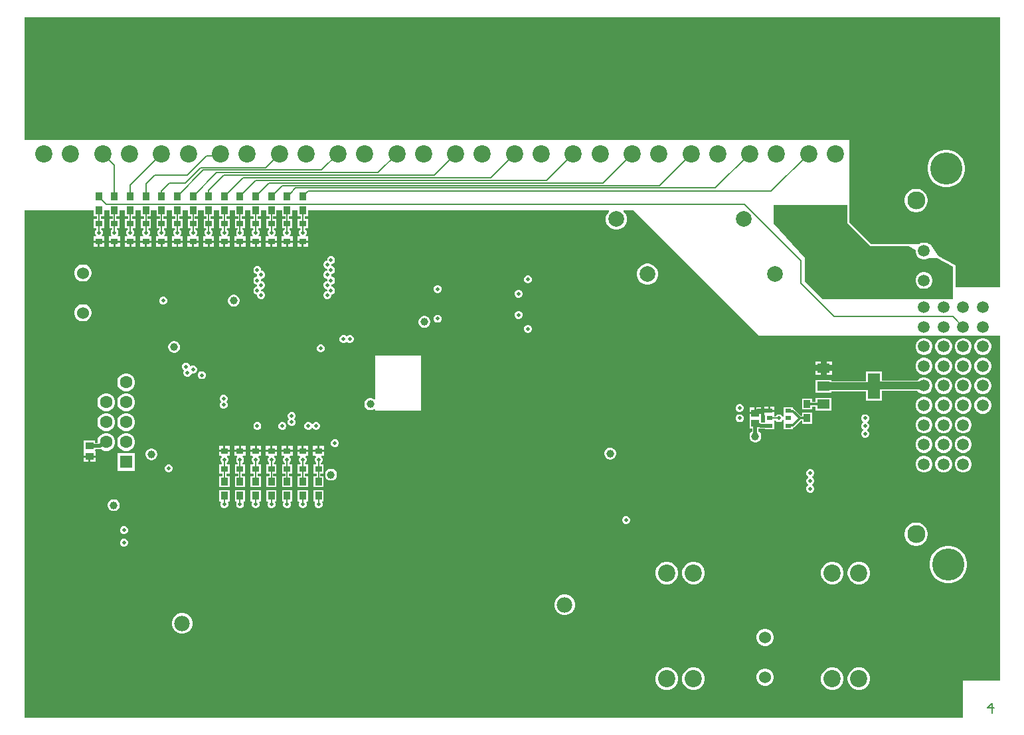
<source format=gbl>
G04*
G04 #@! TF.GenerationSoftware,Altium Limited,Altium Designer,22.8.2 (66)*
G04*
G04 Layer_Physical_Order=4*
G04 Layer_Color=16776960*
%FSLAX25Y25*%
%MOIN*%
G70*
G04*
G04 #@! TF.SameCoordinates,E87138AD-D39F-473D-B2F9-8BE8101B49D9*
G04*
G04*
G04 #@! TF.FilePolarity,Positive*
G04*
G01*
G75*
%ADD16C,0.00787*%
%ADD23R,0.03937X0.03543*%
%ADD34R,0.03543X0.03937*%
%ADD35C,0.07795*%
%ADD36C,0.09055*%
%ADD40C,0.06299*%
%ADD47R,0.03543X0.03150*%
%ADD59C,0.01968*%
%ADD60C,0.01181*%
%ADD62C,0.03937*%
%ADD63C,0.08661*%
%ADD64C,0.07874*%
%ADD65R,0.06299X0.06299*%
%ADD66C,0.05906*%
%ADD67C,0.16142*%
%ADD68C,0.06000*%
%ADD69C,0.03937*%
%ADD70C,0.01968*%
%ADD71R,0.06299X0.12992*%
%ADD72R,0.06299X0.04724*%
%ADD73R,0.03150X0.02165*%
G36*
X547244Y389764D02*
Y389764D01*
X668087D01*
Y216535D01*
X649606D01*
Y198055D01*
X178369Y198055D01*
Y452756D01*
X213189D01*
Y450000D01*
X214837D01*
Y448622D01*
X213189D01*
Y443898D01*
X214484D01*
X214603Y443487D01*
X214607Y443398D01*
X214066Y442856D01*
X213764Y442127D01*
Y441338D01*
X214066Y440608D01*
X214410Y440264D01*
X214203Y439764D01*
X212992D01*
Y437697D01*
X215748D01*
X218504D01*
Y439764D01*
X217293D01*
X217086Y440264D01*
X217430Y440608D01*
X217732Y441338D01*
Y442127D01*
X217430Y442856D01*
X216889Y443398D01*
X216893Y443487D01*
X217012Y443898D01*
X218307D01*
Y448622D01*
X216659D01*
Y450000D01*
X218307D01*
Y452756D01*
X221063D01*
Y450000D01*
X222711D01*
Y448622D01*
X221063D01*
Y443898D01*
X222358D01*
X222477Y443487D01*
X222481Y443398D01*
X221940Y442856D01*
X221638Y442127D01*
Y441338D01*
X221940Y440608D01*
X222284Y440264D01*
X222077Y439764D01*
X220866D01*
Y437697D01*
X223622D01*
X226378D01*
Y439764D01*
X225167D01*
X224960Y440264D01*
X225304Y440608D01*
X225606Y441338D01*
Y442127D01*
X225304Y442856D01*
X224763Y443398D01*
X224767Y443487D01*
X224886Y443898D01*
X226181D01*
Y448622D01*
X224533D01*
Y450000D01*
X226181D01*
Y452756D01*
X228937D01*
Y450000D01*
X230585D01*
Y448622D01*
X228937D01*
Y443898D01*
X230232D01*
X230351Y443487D01*
X230355Y443398D01*
X229814Y442856D01*
X229512Y442127D01*
Y441338D01*
X229814Y440608D01*
X230158Y440264D01*
X229951Y439764D01*
X228740D01*
Y437697D01*
X231496D01*
X234252D01*
Y439764D01*
X233041D01*
X232834Y440264D01*
X233178Y440608D01*
X233480Y441338D01*
Y442127D01*
X233178Y442856D01*
X232637Y443398D01*
X232641Y443487D01*
X232760Y443898D01*
X234055D01*
Y448622D01*
X232407D01*
Y450000D01*
X234055D01*
Y452756D01*
X236811D01*
Y450000D01*
X238459D01*
Y448622D01*
X236811D01*
Y443898D01*
X238106D01*
X238225Y443487D01*
X238229Y443398D01*
X237688Y442856D01*
X237386Y442127D01*
Y441338D01*
X237688Y440608D01*
X238033Y440264D01*
X237825Y439764D01*
X236614D01*
Y437697D01*
X239370D01*
X242126D01*
Y439764D01*
X240915D01*
X240708Y440264D01*
X241052Y440608D01*
X241354Y441338D01*
Y442127D01*
X241052Y442856D01*
X240511Y443398D01*
X240515Y443487D01*
X240634Y443898D01*
X241929D01*
Y448622D01*
X240281D01*
Y450000D01*
X241929D01*
Y452756D01*
X244685D01*
Y450000D01*
X246333D01*
Y448622D01*
X244685D01*
Y443898D01*
X245980D01*
X246099Y443487D01*
X246103Y443398D01*
X245562Y442856D01*
X245260Y442127D01*
Y441338D01*
X245562Y440608D01*
X245906Y440264D01*
X245699Y439764D01*
X244488D01*
Y437697D01*
X247244D01*
X250000D01*
Y439764D01*
X248789D01*
X248582Y440264D01*
X248926Y440608D01*
X249228Y441338D01*
Y442127D01*
X248926Y442856D01*
X248385Y443398D01*
X248389Y443487D01*
X248508Y443898D01*
X249803D01*
Y448622D01*
X248155D01*
Y450000D01*
X249803D01*
Y452756D01*
X252559D01*
Y450000D01*
X254207D01*
Y448622D01*
X252559D01*
Y443898D01*
X253854D01*
X253973Y443487D01*
X253977Y443398D01*
X253436Y442856D01*
X253134Y442127D01*
Y441338D01*
X253436Y440608D01*
X253781Y440264D01*
X253573Y439764D01*
X252362D01*
Y437697D01*
X255118D01*
X257874D01*
Y439764D01*
X256663D01*
X256456Y440264D01*
X256800Y440608D01*
X257102Y441338D01*
Y442127D01*
X256800Y442856D01*
X256259Y443398D01*
X256263Y443487D01*
X256382Y443898D01*
X257677D01*
Y448622D01*
X256029D01*
Y450000D01*
X257677D01*
Y452756D01*
X260433D01*
Y450000D01*
X262081D01*
Y448622D01*
X260433D01*
Y443898D01*
X261728D01*
X261847Y443487D01*
X261851Y443398D01*
X261310Y442856D01*
X261008Y442127D01*
Y441338D01*
X261310Y440608D01*
X261654Y440264D01*
X261447Y439764D01*
X260236D01*
Y437697D01*
X262992D01*
X265748D01*
Y439764D01*
X264537D01*
X264330Y440264D01*
X264674Y440608D01*
X264976Y441338D01*
Y442127D01*
X264674Y442856D01*
X264133Y443398D01*
X264137Y443487D01*
X264256Y443898D01*
X265551D01*
Y448622D01*
X263903D01*
Y450000D01*
X265551D01*
Y452756D01*
X268307D01*
Y450000D01*
X269955D01*
Y448622D01*
X268307D01*
Y443898D01*
X269602D01*
X269721Y443487D01*
X269725Y443398D01*
X269184Y442856D01*
X268882Y442127D01*
Y441338D01*
X269184Y440608D01*
X269529Y440264D01*
X269321Y439764D01*
X268110D01*
Y437697D01*
X270866D01*
X273622D01*
Y439764D01*
X272411D01*
X272204Y440264D01*
X272548Y440608D01*
X272850Y441338D01*
Y442127D01*
X272548Y442856D01*
X272007Y443398D01*
X272011Y443487D01*
X272130Y443898D01*
X273425D01*
Y448622D01*
X271777D01*
Y450000D01*
X273425D01*
Y452756D01*
X276181D01*
Y450000D01*
X277829D01*
Y448622D01*
X276181D01*
Y443898D01*
X277476D01*
X277595Y443487D01*
X277599Y443398D01*
X277058Y442856D01*
X276756Y442127D01*
Y441338D01*
X277058Y440608D01*
X277402Y440264D01*
X277195Y439764D01*
X275984D01*
Y437697D01*
X278740D01*
X281496D01*
Y439764D01*
X280285D01*
X280078Y440264D01*
X280422Y440608D01*
X280724Y441338D01*
Y442127D01*
X280422Y442856D01*
X279881Y443398D01*
X279885Y443487D01*
X280004Y443898D01*
X281299D01*
Y448622D01*
X279651D01*
Y450000D01*
X281299D01*
Y452756D01*
X284055D01*
Y450000D01*
X285703D01*
Y448622D01*
X284055D01*
Y443898D01*
X285350D01*
X285469Y443487D01*
X285473Y443398D01*
X284932Y442856D01*
X284630Y442127D01*
Y441338D01*
X284932Y440608D01*
X285277Y440264D01*
X285069Y439764D01*
X283858D01*
Y437697D01*
X286614D01*
X289370D01*
Y439764D01*
X288159D01*
X287952Y440264D01*
X288296Y440608D01*
X288598Y441338D01*
Y442127D01*
X288296Y442856D01*
X287755Y443398D01*
X287759Y443487D01*
X287878Y443898D01*
X289173D01*
Y448622D01*
X287525D01*
Y450000D01*
X289173D01*
Y452756D01*
X291929D01*
Y450000D01*
X293577D01*
Y448622D01*
X291929D01*
Y443898D01*
X293224D01*
X293343Y443487D01*
X293347Y443398D01*
X292806Y442856D01*
X292504Y442127D01*
Y441338D01*
X292806Y440608D01*
X293151Y440264D01*
X292944Y439764D01*
X291732D01*
Y437697D01*
X294488D01*
Y437205D01*
D01*
Y437697D01*
X297244D01*
Y439764D01*
X296033D01*
X295826Y440264D01*
X296170Y440608D01*
X296472Y441338D01*
Y442127D01*
X296170Y442856D01*
X295629Y443398D01*
X295633Y443487D01*
X295752Y443898D01*
X297047D01*
Y448622D01*
X295399D01*
Y450000D01*
X297047D01*
Y452756D01*
X299803D01*
Y450000D01*
X301451D01*
Y448622D01*
X299803D01*
Y443898D01*
X301098D01*
X301217Y443487D01*
X301221Y443398D01*
X300680Y442856D01*
X300378Y442127D01*
Y441338D01*
X300680Y440608D01*
X301025Y440264D01*
X300817Y439764D01*
X299606D01*
Y437697D01*
X302362D01*
X305118D01*
Y439764D01*
X303907D01*
X303700Y440264D01*
X304044Y440608D01*
X304346Y441338D01*
Y442127D01*
X304044Y442856D01*
X303503Y443398D01*
X303507Y443487D01*
X303626Y443898D01*
X304921D01*
Y448622D01*
X303273D01*
Y450000D01*
X304921D01*
Y452756D01*
X307677D01*
Y450000D01*
X309325D01*
Y448622D01*
X307677D01*
Y443898D01*
X308972D01*
X309091Y443487D01*
X309095Y443398D01*
X308554Y442856D01*
X308252Y442127D01*
Y441338D01*
X308554Y440608D01*
X308899Y440264D01*
X308692Y439764D01*
X307480D01*
Y437697D01*
X310236D01*
X312992D01*
Y439764D01*
X311781D01*
X311574Y440264D01*
X311918Y440608D01*
X312221Y441338D01*
Y442127D01*
X311918Y442856D01*
X311377Y443398D01*
X311381Y443487D01*
X311500Y443898D01*
X312795D01*
Y448622D01*
X311147D01*
Y450000D01*
X312795D01*
Y452756D01*
X315551D01*
Y450000D01*
X317199D01*
Y448622D01*
X315551D01*
Y443898D01*
X316846D01*
X316965Y443487D01*
X316969Y443398D01*
X316428Y442856D01*
X316126Y442127D01*
Y441338D01*
X316428Y440608D01*
X316773Y440264D01*
X316565Y439764D01*
X315354D01*
Y437697D01*
X318110D01*
X320866D01*
Y439764D01*
X319655D01*
X319448Y440264D01*
X319792Y440608D01*
X320094Y441338D01*
Y442127D01*
X319792Y442856D01*
X319251Y443398D01*
X319255Y443487D01*
X319374Y443898D01*
X320669D01*
Y448622D01*
X319021D01*
Y450000D01*
X320669D01*
Y452756D01*
X471711D01*
X471918Y452256D01*
X471302Y451640D01*
X470613Y450446D01*
X470256Y449115D01*
Y447736D01*
X470613Y446404D01*
X471302Y445210D01*
X472277Y444235D01*
X473471Y443546D01*
X474803Y443189D01*
X476182D01*
X477513Y443546D01*
X478707Y444235D01*
X479682Y445210D01*
X480372Y446404D01*
X480728Y447736D01*
Y449115D01*
X480372Y450446D01*
X479682Y451640D01*
X479067Y452256D01*
X479274Y452756D01*
X484252D01*
X547244Y389764D01*
D02*
G37*
G36*
X668087Y414173D02*
X645669D01*
Y425197D01*
X637008Y429921D01*
X633071Y435827D01*
X632588D01*
X632532Y435883D01*
X631563Y436443D01*
X630481Y436732D01*
X629361D01*
X628280Y436443D01*
X627311Y435883D01*
X627254Y435827D01*
X603543D01*
X592520Y446850D01*
Y488189D01*
X178369D01*
Y549977D01*
X668087Y549977D01*
Y414173D01*
D02*
G37*
G36*
X591500Y446850D02*
X591578Y446460D01*
X591799Y446129D01*
X602822Y435106D01*
X603153Y434885D01*
X603543Y434807D01*
X622067D01*
X625669Y433040D01*
Y431920D01*
X625959Y430839D01*
X626519Y429870D01*
X627311Y429078D01*
X628280Y428518D01*
X629361Y428228D01*
X630481D01*
X631563Y428518D01*
X632532Y429078D01*
X636338Y429074D01*
X636520Y429026D01*
X644488Y424680D01*
Y408268D01*
X640764D01*
X640324Y408386D01*
X639204D01*
X638763Y408268D01*
X630922D01*
X630481Y408386D01*
X629361D01*
X628921Y408268D01*
X579134Y408268D01*
X570079Y417323D01*
Y429016D01*
X554331Y446339D01*
Y455512D01*
X591500D01*
Y446850D01*
D02*
G37*
%LPC*%
G36*
X320866Y436713D02*
X318602D01*
Y434646D01*
X320866D01*
Y436713D01*
D02*
G37*
G36*
X317618D02*
X315354D01*
Y434646D01*
X317618D01*
Y436713D01*
D02*
G37*
G36*
X312992D02*
X310728D01*
Y434646D01*
X312992D01*
Y436713D01*
D02*
G37*
G36*
X309744D02*
X307480D01*
Y434646D01*
X309744D01*
Y436713D01*
D02*
G37*
G36*
X305118D02*
X302854D01*
Y434646D01*
X305118D01*
Y436713D01*
D02*
G37*
G36*
X301870D02*
X299606D01*
Y434646D01*
X301870D01*
Y436713D01*
D02*
G37*
G36*
X297244D02*
X294980D01*
Y434646D01*
X297244D01*
Y436713D01*
D02*
G37*
G36*
X293996D02*
X291732D01*
Y434646D01*
X293996D01*
Y436713D01*
D02*
G37*
G36*
X289370D02*
X287106D01*
Y434646D01*
X289370D01*
Y436713D01*
D02*
G37*
G36*
X286122D02*
X283858D01*
Y434646D01*
X286122D01*
Y436713D01*
D02*
G37*
G36*
X281496D02*
X279232D01*
Y434646D01*
X281496D01*
Y436713D01*
D02*
G37*
G36*
X278248D02*
X275984D01*
Y434646D01*
X278248D01*
Y436713D01*
D02*
G37*
G36*
X273622D02*
X271358D01*
Y434646D01*
X273622D01*
Y436713D01*
D02*
G37*
G36*
X270374D02*
X268110D01*
Y434646D01*
X270374D01*
Y436713D01*
D02*
G37*
G36*
X265748D02*
X263484D01*
Y434646D01*
X265748D01*
Y436713D01*
D02*
G37*
G36*
X262500D02*
X260236D01*
Y434646D01*
X262500D01*
Y436713D01*
D02*
G37*
G36*
X257874D02*
X255610D01*
Y434646D01*
X257874D01*
Y436713D01*
D02*
G37*
G36*
X254626D02*
X252362D01*
Y434646D01*
X254626D01*
Y436713D01*
D02*
G37*
G36*
X250000D02*
X247736D01*
Y434646D01*
X250000D01*
Y436713D01*
D02*
G37*
G36*
X246752D02*
X244488D01*
Y434646D01*
X246752D01*
Y436713D01*
D02*
G37*
G36*
X242126D02*
X239862D01*
Y434646D01*
X242126D01*
Y436713D01*
D02*
G37*
G36*
X238878D02*
X236614D01*
Y434646D01*
X238878D01*
Y436713D01*
D02*
G37*
G36*
X234252D02*
X231988D01*
Y434646D01*
X234252D01*
Y436713D01*
D02*
G37*
G36*
X231004D02*
X228740D01*
Y434646D01*
X231004D01*
Y436713D01*
D02*
G37*
G36*
X226378D02*
X224114D01*
Y434646D01*
X226378D01*
Y436713D01*
D02*
G37*
G36*
X223130D02*
X220866D01*
Y434646D01*
X223130D01*
Y436713D01*
D02*
G37*
G36*
X218504D02*
X216240D01*
Y434646D01*
X218504D01*
Y436713D01*
D02*
G37*
G36*
X215256D02*
X212992D01*
Y434646D01*
X215256D01*
Y436713D01*
D02*
G37*
G36*
X208243Y425716D02*
X207111D01*
X206018Y425423D01*
X205037Y424858D01*
X204237Y424057D01*
X203671Y423077D01*
X203378Y421983D01*
Y420851D01*
X203671Y419758D01*
X204237Y418778D01*
X205037Y417977D01*
X206018Y417411D01*
X207111Y417118D01*
X208243D01*
X209337Y417411D01*
X210317Y417977D01*
X211117Y418778D01*
X211683Y419758D01*
X211976Y420851D01*
Y421983D01*
X211683Y423077D01*
X211117Y424057D01*
X210317Y424858D01*
X209337Y425423D01*
X208243Y425716D01*
D02*
G37*
G36*
X431497Y420094D02*
X430708D01*
X429978Y419792D01*
X429420Y419234D01*
X429118Y418505D01*
Y417716D01*
X429420Y416986D01*
X429978Y416428D01*
X430708Y416126D01*
X431497D01*
X432226Y416428D01*
X432785Y416986D01*
X433087Y417716D01*
Y418505D01*
X432785Y419234D01*
X432226Y419792D01*
X431497Y420094D01*
D02*
G37*
G36*
X491831Y426102D02*
X490452D01*
X489121Y425745D01*
X487927Y425056D01*
X486952Y424081D01*
X486262Y422887D01*
X485906Y421556D01*
Y420177D01*
X486262Y418845D01*
X486952Y417651D01*
X487927Y416676D01*
X489121Y415987D01*
X490452Y415630D01*
X491831D01*
X493163Y415987D01*
X494357Y416676D01*
X495332Y417651D01*
X496021Y418845D01*
X496378Y420177D01*
Y421556D01*
X496021Y422887D01*
X495332Y424081D01*
X494357Y425056D01*
X493163Y425745D01*
X491831Y426102D01*
D02*
G37*
G36*
X386222Y415370D02*
X385432D01*
X384703Y415068D01*
X384145Y414510D01*
X383842Y413780D01*
Y412991D01*
X384145Y412262D01*
X384703Y411704D01*
X385432Y411402D01*
X386222D01*
X386951Y411704D01*
X387509Y412262D01*
X387811Y412991D01*
Y413780D01*
X387509Y414510D01*
X386951Y415068D01*
X386222Y415370D01*
D02*
G37*
G36*
X426773Y413008D02*
X425983D01*
X425254Y412706D01*
X424696Y412148D01*
X424394Y411418D01*
Y410629D01*
X424696Y409900D01*
X425254Y409341D01*
X425983Y409039D01*
X426773D01*
X427502Y409341D01*
X428060Y409900D01*
X428362Y410629D01*
Y411418D01*
X428060Y412148D01*
X427502Y412706D01*
X426773Y413008D01*
D02*
G37*
G36*
X332678Y429937D02*
X331889D01*
X331159Y429635D01*
X330601Y429077D01*
X330299Y428347D01*
Y427575D01*
X329920D01*
X329191Y427273D01*
X328633Y426715D01*
X328331Y425985D01*
Y425196D01*
X328633Y424467D01*
X329191Y423908D01*
X329920Y423606D01*
X330047D01*
X330299Y423229D01*
Y422457D01*
X329920D01*
X329191Y422155D01*
X328633Y421596D01*
X328331Y420867D01*
Y420078D01*
X328633Y419348D01*
X329191Y418790D01*
X329920Y418488D01*
X330047D01*
X330299Y418111D01*
Y417339D01*
X329920D01*
X329191Y417036D01*
X328633Y416478D01*
X328331Y415749D01*
Y414960D01*
X328633Y414230D01*
X329191Y413672D01*
X329920Y413370D01*
X330047D01*
X330299Y412993D01*
Y412220D01*
X329920D01*
X329191Y411918D01*
X328633Y411360D01*
X328331Y410631D01*
Y409841D01*
X328633Y409112D01*
X329191Y408554D01*
X329920Y408252D01*
X330710D01*
X331439Y408554D01*
X331997Y409112D01*
X332299Y409841D01*
Y410614D01*
X332678D01*
X333407Y410916D01*
X333966Y411474D01*
X334268Y412204D01*
Y412993D01*
X333966Y413722D01*
X333407Y414281D01*
X332678Y414583D01*
X332551D01*
X332299Y414960D01*
Y415732D01*
X332678D01*
X333407Y416034D01*
X333966Y416593D01*
X334268Y417322D01*
Y418111D01*
X333966Y418841D01*
X333407Y419399D01*
X332678Y419701D01*
X332551D01*
X332299Y420078D01*
Y420850D01*
X332678D01*
X333407Y421152D01*
X333966Y421711D01*
X334268Y422440D01*
Y423229D01*
X333966Y423959D01*
X333407Y424517D01*
X332678Y424819D01*
X332551D01*
X332299Y425196D01*
Y425969D01*
X332678D01*
X333407Y426271D01*
X333966Y426829D01*
X334268Y427558D01*
Y428347D01*
X333966Y429077D01*
X333407Y429635D01*
X332678Y429937D01*
D02*
G37*
G36*
X295670Y424819D02*
X294881D01*
X294152Y424517D01*
X293593Y423959D01*
X293291Y423229D01*
Y422440D01*
X293593Y421711D01*
X294152Y421152D01*
X294881Y420850D01*
X295260D01*
Y420078D01*
X295008Y419701D01*
X294881D01*
X294152Y419399D01*
X293593Y418841D01*
X293291Y418111D01*
Y417322D01*
X293593Y416593D01*
X294152Y416034D01*
X294881Y415732D01*
X295260D01*
Y414960D01*
X295008Y414583D01*
X294881D01*
X294152Y414281D01*
X293593Y413722D01*
X293291Y412993D01*
Y412204D01*
X293593Y411474D01*
X294152Y410916D01*
X294881Y410614D01*
X295260D01*
Y409841D01*
X295562Y409112D01*
X296120Y408554D01*
X296849Y408252D01*
X297639D01*
X298368Y408554D01*
X298926Y409112D01*
X299228Y409841D01*
Y410631D01*
X298926Y411360D01*
X298368Y411918D01*
X297639Y412220D01*
X297260D01*
Y412993D01*
X297512Y413370D01*
X297639D01*
X298368Y413672D01*
X298926Y414230D01*
X299228Y414960D01*
Y415749D01*
X298926Y416478D01*
X298368Y417036D01*
X297639Y417339D01*
X297260D01*
Y418111D01*
X297512Y418488D01*
X297639D01*
X298368Y418790D01*
X298926Y419348D01*
X299228Y420078D01*
Y420867D01*
X298926Y421596D01*
X298368Y422155D01*
X297639Y422457D01*
X297260D01*
Y423229D01*
X296958Y423959D01*
X296400Y424517D01*
X295670Y424819D01*
D02*
G37*
G36*
X248426Y409465D02*
X247637D01*
X246907Y409162D01*
X246349Y408604D01*
X246047Y407875D01*
Y407086D01*
X246349Y406356D01*
X246907Y405798D01*
X247637Y405496D01*
X248426D01*
X249155Y405798D01*
X249714Y406356D01*
X250016Y407086D01*
Y407875D01*
X249714Y408604D01*
X249155Y409162D01*
X248426Y409465D01*
D02*
G37*
G36*
X283855Y410449D02*
X283074D01*
X282319Y410247D01*
X281642Y409856D01*
X281089Y409303D01*
X280698Y408626D01*
X280496Y407871D01*
Y407090D01*
X280698Y406334D01*
X281089Y405658D01*
X281642Y405105D01*
X282319Y404714D01*
X283074Y404512D01*
X283855D01*
X284610Y404714D01*
X285287Y405105D01*
X285840Y405658D01*
X286231Y406334D01*
X286433Y407090D01*
Y407871D01*
X286231Y408626D01*
X285840Y409303D01*
X285287Y409856D01*
X284610Y410247D01*
X283855Y410449D01*
D02*
G37*
G36*
X426773Y402378D02*
X425983D01*
X425254Y402076D01*
X424696Y401518D01*
X424394Y400788D01*
Y399999D01*
X424696Y399270D01*
X425254Y398711D01*
X425983Y398410D01*
X426773D01*
X427502Y398711D01*
X428060Y399270D01*
X428362Y399999D01*
Y400788D01*
X428060Y401518D01*
X427502Y402076D01*
X426773Y402378D01*
D02*
G37*
G36*
X208243Y405717D02*
X207111D01*
X206018Y405423D01*
X205037Y404857D01*
X204237Y404057D01*
X203671Y403077D01*
X203378Y401983D01*
Y400851D01*
X203671Y399758D01*
X204237Y398778D01*
X205037Y397977D01*
X206018Y397411D01*
X207111Y397118D01*
X208243D01*
X209337Y397411D01*
X210317Y397977D01*
X211117Y398778D01*
X211683Y399758D01*
X211976Y400851D01*
Y401983D01*
X211683Y403077D01*
X211117Y404057D01*
X210317Y404857D01*
X209337Y405423D01*
X208243Y405717D01*
D02*
G37*
G36*
X386222Y400410D02*
X385432D01*
X384703Y400107D01*
X384145Y399549D01*
X383842Y398820D01*
Y398030D01*
X384145Y397301D01*
X384703Y396743D01*
X385432Y396441D01*
X386222D01*
X386951Y396743D01*
X387509Y397301D01*
X387811Y398030D01*
Y398820D01*
X387509Y399549D01*
X386951Y400107D01*
X386222Y400410D01*
D02*
G37*
G36*
X379525Y399819D02*
X378743D01*
X377988Y399617D01*
X377311Y399226D01*
X376759Y398673D01*
X376368Y397996D01*
X376165Y397241D01*
Y396460D01*
X376368Y395705D01*
X376759Y395028D01*
X377311Y394475D01*
X377988Y394084D01*
X378743Y393882D01*
X379525D01*
X380280Y394084D01*
X380957Y394475D01*
X381509Y395028D01*
X381900Y395705D01*
X382102Y396460D01*
Y397241D01*
X381900Y397996D01*
X381509Y398673D01*
X380957Y399226D01*
X380280Y399617D01*
X379525Y399819D01*
D02*
G37*
G36*
X431497Y395291D02*
X430708D01*
X429978Y394989D01*
X429420Y394431D01*
X429118Y393702D01*
Y392912D01*
X429420Y392183D01*
X429978Y391625D01*
X430708Y391323D01*
X431497D01*
X432226Y391625D01*
X432785Y392183D01*
X433087Y392912D01*
Y393702D01*
X432785Y394431D01*
X432226Y394989D01*
X431497Y395291D01*
D02*
G37*
G36*
X342127Y390173D02*
X341338D01*
X340608Y389871D01*
X340158Y389420D01*
X339707Y389871D01*
X338977Y390173D01*
X338188D01*
X337459Y389871D01*
X336900Y389313D01*
X336598Y388584D01*
Y387794D01*
X336900Y387065D01*
X337459Y386507D01*
X338188Y386205D01*
X338977D01*
X339707Y386507D01*
X340158Y386958D01*
X340608Y386507D01*
X341338Y386205D01*
X342127D01*
X342856Y386507D01*
X343414Y387065D01*
X343717Y387794D01*
Y388584D01*
X343414Y389313D01*
X342856Y389871D01*
X342127Y390173D01*
D02*
G37*
G36*
X327560Y385449D02*
X326771D01*
X326041Y385147D01*
X325483Y384589D01*
X325181Y383859D01*
Y383070D01*
X325483Y382341D01*
X326041Y381782D01*
X326771Y381480D01*
X327560D01*
X328289Y381782D01*
X328848Y382341D01*
X329150Y383070D01*
Y383859D01*
X328848Y384589D01*
X328289Y385147D01*
X327560Y385449D01*
D02*
G37*
G36*
X253934Y387221D02*
X253152D01*
X252397Y387018D01*
X251721Y386627D01*
X251168Y386075D01*
X250777Y385398D01*
X250575Y384643D01*
Y383861D01*
X250777Y383106D01*
X251168Y382429D01*
X251721Y381877D01*
X252397Y381486D01*
X253152Y381283D01*
X253934D01*
X254689Y381486D01*
X255366Y381877D01*
X255919Y382429D01*
X256310Y383106D01*
X256512Y383861D01*
Y384643D01*
X256310Y385398D01*
X255919Y386075D01*
X255366Y386627D01*
X254689Y387018D01*
X253934Y387221D01*
D02*
G37*
G36*
X660009Y388701D02*
X658889D01*
X657808Y388411D01*
X656838Y387851D01*
X656046Y387060D01*
X655487Y386090D01*
X655197Y385009D01*
Y383889D01*
X655487Y382808D01*
X656046Y381838D01*
X656838Y381046D01*
X657808Y380487D01*
X658889Y380197D01*
X660009D01*
X661090Y380487D01*
X662060Y381046D01*
X662851Y381838D01*
X663411Y382808D01*
X663701Y383889D01*
Y385009D01*
X663411Y386090D01*
X662851Y387060D01*
X662060Y387851D01*
X661090Y388411D01*
X660009Y388701D01*
D02*
G37*
G36*
X650166D02*
X649047D01*
X647965Y388411D01*
X646995Y387851D01*
X646204Y387060D01*
X645644Y386090D01*
X645354Y385009D01*
Y383889D01*
X645644Y382808D01*
X646204Y381838D01*
X646995Y381046D01*
X647965Y380487D01*
X649047Y380197D01*
X650166D01*
X651248Y380487D01*
X652217Y381046D01*
X653009Y381838D01*
X653569Y382808D01*
X653858Y383889D01*
Y385009D01*
X653569Y386090D01*
X653009Y387060D01*
X652217Y387851D01*
X651248Y388411D01*
X650166Y388701D01*
D02*
G37*
G36*
X640324D02*
X639204D01*
X638123Y388411D01*
X637153Y387851D01*
X636361Y387060D01*
X635802Y386090D01*
X635512Y385009D01*
Y383889D01*
X635802Y382808D01*
X636361Y381838D01*
X637153Y381046D01*
X638123Y380487D01*
X639204Y380197D01*
X640324D01*
X641405Y380487D01*
X642375Y381046D01*
X643166Y381838D01*
X643726Y382808D01*
X644016Y383889D01*
Y385009D01*
X643726Y386090D01*
X643166Y387060D01*
X642375Y387851D01*
X641405Y388411D01*
X640324Y388701D01*
D02*
G37*
G36*
X630481D02*
X629361D01*
X628280Y388411D01*
X627311Y387851D01*
X626519Y387060D01*
X625959Y386090D01*
X625669Y385009D01*
Y383889D01*
X625959Y382808D01*
X626519Y381838D01*
X627311Y381046D01*
X628280Y380487D01*
X629361Y380197D01*
X630481D01*
X631563Y380487D01*
X632532Y381046D01*
X633324Y381838D01*
X633883Y382808D01*
X634173Y383889D01*
Y385009D01*
X633883Y386090D01*
X633324Y387060D01*
X632532Y387851D01*
X631563Y388411D01*
X630481Y388701D01*
D02*
G37*
G36*
X583661Y376969D02*
X581004D01*
Y375098D01*
X583661D01*
Y376969D01*
D02*
G37*
G36*
X578051D02*
X575394D01*
Y375098D01*
X578051D01*
Y376969D01*
D02*
G37*
G36*
X660009Y378858D02*
X658889D01*
X657808Y378569D01*
X656838Y378009D01*
X656046Y377217D01*
X655487Y376248D01*
X655197Y375166D01*
Y374046D01*
X655487Y372965D01*
X656046Y371995D01*
X656838Y371204D01*
X657808Y370644D01*
X658889Y370354D01*
X660009D01*
X661090Y370644D01*
X662060Y371204D01*
X662851Y371995D01*
X663411Y372965D01*
X663701Y374046D01*
Y375166D01*
X663411Y376248D01*
X662851Y377217D01*
X662060Y378009D01*
X661090Y378569D01*
X660009Y378858D01*
D02*
G37*
G36*
X650166D02*
X649047D01*
X647965Y378569D01*
X646995Y378009D01*
X646204Y377217D01*
X645644Y376248D01*
X645354Y375166D01*
Y374046D01*
X645644Y372965D01*
X646204Y371995D01*
X646995Y371204D01*
X647965Y370644D01*
X649047Y370354D01*
X650166D01*
X651248Y370644D01*
X652217Y371204D01*
X653009Y371995D01*
X653569Y372965D01*
X653858Y374046D01*
Y375166D01*
X653569Y376248D01*
X653009Y377217D01*
X652217Y378009D01*
X651248Y378569D01*
X650166Y378858D01*
D02*
G37*
G36*
X640324D02*
X639204D01*
X638123Y378569D01*
X637153Y378009D01*
X636361Y377217D01*
X635802Y376248D01*
X635512Y375166D01*
Y374046D01*
X635802Y372965D01*
X636361Y371995D01*
X637153Y371204D01*
X638123Y370644D01*
X639204Y370354D01*
X640324D01*
X641405Y370644D01*
X642375Y371204D01*
X643166Y371995D01*
X643726Y372965D01*
X644016Y374046D01*
Y375166D01*
X643726Y376248D01*
X643166Y377217D01*
X642375Y378009D01*
X641405Y378569D01*
X640324Y378858D01*
D02*
G37*
G36*
X630481D02*
X629361D01*
X628280Y378569D01*
X627311Y378009D01*
X626519Y377217D01*
X625959Y376248D01*
X625669Y375166D01*
Y374046D01*
X625959Y372965D01*
X626519Y371995D01*
X627311Y371204D01*
X628280Y370644D01*
X629361Y370354D01*
X630481D01*
X631563Y370644D01*
X632532Y371204D01*
X633324Y371995D01*
X633883Y372965D01*
X634173Y374046D01*
Y375166D01*
X633883Y376248D01*
X633324Y377217D01*
X632532Y378009D01*
X631563Y378569D01*
X630481Y378858D01*
D02*
G37*
G36*
X583661Y372146D02*
X581004D01*
Y370276D01*
X583661D01*
Y372146D01*
D02*
G37*
G36*
X578051D02*
X575394D01*
Y370276D01*
X578051D01*
Y372146D01*
D02*
G37*
G36*
X259843Y376394D02*
X259054D01*
X258325Y376092D01*
X257767Y375533D01*
X257465Y374804D01*
Y374015D01*
X257767Y373286D01*
X258325Y372727D01*
X258451Y372134D01*
X258252Y371655D01*
Y370865D01*
X258554Y370136D01*
X259112Y369578D01*
X259841Y369276D01*
X260631D01*
X261360Y369578D01*
X261918Y370136D01*
X262079Y370524D01*
X262597Y370850D01*
X263387D01*
X264116Y371152D01*
X264674Y371711D01*
X264976Y372440D01*
Y373229D01*
X264674Y373959D01*
X264116Y374517D01*
X263387Y374819D01*
X262597D01*
X261933Y374544D01*
X261433Y374735D01*
Y374804D01*
X261131Y375533D01*
X260573Y376092D01*
X259843Y376394D01*
D02*
G37*
G36*
X267718Y372063D02*
X266928D01*
X266199Y371761D01*
X265641Y371203D01*
X265339Y370473D01*
Y369684D01*
X265641Y368955D01*
X266199Y368397D01*
X266928Y368094D01*
X267718D01*
X268447Y368397D01*
X269005Y368955D01*
X269307Y369684D01*
Y370473D01*
X269005Y371203D01*
X268447Y371761D01*
X267718Y372063D01*
D02*
G37*
G36*
X608661Y371850D02*
X600787D01*
Y367084D01*
X583464D01*
Y367717D01*
X575591D01*
Y361417D01*
X583464D01*
Y362050D01*
X600787D01*
Y357283D01*
X608661D01*
Y362247D01*
X626465D01*
X626519Y362153D01*
X627311Y361361D01*
X628280Y360802D01*
X629361Y360512D01*
X630481D01*
X631563Y360802D01*
X632532Y361361D01*
X633324Y362153D01*
X633883Y363123D01*
X634173Y364204D01*
Y365324D01*
X633883Y366405D01*
X633324Y367374D01*
X632532Y368166D01*
X631563Y368726D01*
X630481Y369016D01*
X629361D01*
X628280Y368726D01*
X627311Y368166D01*
X626519Y367374D01*
X626465Y367281D01*
X608661D01*
Y371850D01*
D02*
G37*
G36*
X229995Y370905D02*
X228824D01*
X227692Y370602D01*
X226678Y370017D01*
X225850Y369188D01*
X225264Y368174D01*
X224961Y367042D01*
Y365871D01*
X225264Y364739D01*
X225850Y363725D01*
X226678Y362897D01*
X227692Y362311D01*
X228824Y362008D01*
X229995D01*
X231127Y362311D01*
X232141Y362897D01*
X232969Y363725D01*
X233555Y364739D01*
X233858Y365871D01*
Y367042D01*
X233555Y368174D01*
X232969Y369188D01*
X232141Y370017D01*
X231127Y370602D01*
X229995Y370905D01*
D02*
G37*
G36*
X660009Y369016D02*
X658889D01*
X657808Y368726D01*
X656838Y368166D01*
X656046Y367374D01*
X655487Y366405D01*
X655197Y365324D01*
Y364204D01*
X655487Y363123D01*
X656046Y362153D01*
X656838Y361361D01*
X657808Y360802D01*
X658889Y360512D01*
X660009D01*
X661090Y360802D01*
X662060Y361361D01*
X662851Y362153D01*
X663411Y363123D01*
X663701Y364204D01*
Y365324D01*
X663411Y366405D01*
X662851Y367374D01*
X662060Y368166D01*
X661090Y368726D01*
X660009Y369016D01*
D02*
G37*
G36*
X650166D02*
X649047D01*
X647965Y368726D01*
X646995Y368166D01*
X646204Y367374D01*
X645644Y366405D01*
X645354Y365324D01*
Y364204D01*
X645644Y363123D01*
X646204Y362153D01*
X646995Y361361D01*
X647965Y360802D01*
X649047Y360512D01*
X650166D01*
X651248Y360802D01*
X652217Y361361D01*
X653009Y362153D01*
X653569Y363123D01*
X653858Y364204D01*
Y365324D01*
X653569Y366405D01*
X653009Y367374D01*
X652217Y368166D01*
X651248Y368726D01*
X650166Y369016D01*
D02*
G37*
G36*
X640324D02*
X639204D01*
X638123Y368726D01*
X637153Y368166D01*
X636361Y367374D01*
X635802Y366405D01*
X635512Y365324D01*
Y364204D01*
X635802Y363123D01*
X636361Y362153D01*
X637153Y361361D01*
X638123Y360802D01*
X639204Y360512D01*
X640324D01*
X641405Y360802D01*
X642375Y361361D01*
X643166Y362153D01*
X643726Y363123D01*
X644016Y364204D01*
Y365324D01*
X643726Y366405D01*
X643166Y367374D01*
X642375Y368166D01*
X641405Y368726D01*
X640324Y369016D01*
D02*
G37*
G36*
X377559Y379921D02*
X354331D01*
Y358001D01*
X353869Y357810D01*
X353791Y357887D01*
X353114Y358278D01*
X352359Y358480D01*
X351578D01*
X350823Y358278D01*
X350146Y357887D01*
X349593Y357334D01*
X349202Y356658D01*
X349000Y355903D01*
Y355121D01*
X349202Y354366D01*
X349593Y353689D01*
X350146Y353136D01*
X350823Y352746D01*
X351578Y352543D01*
X352359D01*
X353114Y352746D01*
X353791Y353136D01*
X353869Y353214D01*
X354331Y353023D01*
Y352362D01*
X377559D01*
Y379921D01*
D02*
G37*
G36*
X583464Y358661D02*
X575591D01*
Y356624D01*
X573819D01*
Y358268D01*
X568701D01*
Y352756D01*
X573819D01*
Y354400D01*
X575591D01*
Y352362D01*
X583464D01*
Y358661D01*
D02*
G37*
G36*
X278741Y360252D02*
X277952D01*
X277222Y359950D01*
X276664Y359392D01*
X276362Y358662D01*
Y357873D01*
X276664Y357144D01*
X277115Y356693D01*
X276664Y356242D01*
X276362Y355513D01*
Y354723D01*
X276664Y353994D01*
X277222Y353436D01*
X277952Y353134D01*
X278741D01*
X279470Y353436D01*
X280029Y353994D01*
X280331Y354723D01*
Y355513D01*
X280029Y356242D01*
X279578Y356693D01*
X280029Y357144D01*
X280331Y357873D01*
Y358662D01*
X280029Y359392D01*
X279470Y359950D01*
X278741Y360252D01*
D02*
G37*
G36*
X554937Y354248D02*
X552862D01*
Y352665D01*
X554937D01*
Y354248D01*
D02*
G37*
G36*
X551862D02*
X549787D01*
Y352665D01*
X551862D01*
Y354248D01*
D02*
G37*
G36*
X229995Y360906D02*
X228824D01*
X227692Y360602D01*
X226678Y360017D01*
X225850Y359188D01*
X225264Y358174D01*
X224961Y357042D01*
Y355871D01*
X225264Y354739D01*
X225850Y353725D01*
X226678Y352897D01*
X227692Y352311D01*
X228824Y352008D01*
X229995D01*
X231127Y352311D01*
X232141Y352897D01*
X232969Y353725D01*
X233555Y354739D01*
X233858Y355871D01*
Y357042D01*
X233555Y358174D01*
X232969Y359188D01*
X232141Y360017D01*
X231127Y360602D01*
X229995Y360906D01*
D02*
G37*
G36*
X219995D02*
X218824D01*
X217692Y360602D01*
X216678Y360017D01*
X215849Y359188D01*
X215264Y358174D01*
X214961Y357042D01*
Y355871D01*
X215264Y354739D01*
X215849Y353725D01*
X216678Y352897D01*
X217692Y352311D01*
X218824Y352008D01*
X219995D01*
X221127Y352311D01*
X222141Y352897D01*
X222969Y353725D01*
X223555Y354739D01*
X223858Y355871D01*
Y357042D01*
X223555Y358174D01*
X222969Y359188D01*
X222141Y360017D01*
X221127Y360602D01*
X219995Y360906D01*
D02*
G37*
G36*
X548244Y353854D02*
X545776D01*
Y351583D01*
X548244D01*
Y353854D01*
D02*
G37*
G36*
X544776D02*
X542307D01*
Y351583D01*
X544776D01*
Y353854D01*
D02*
G37*
G36*
X537796Y355528D02*
X537007D01*
X536278Y355225D01*
X535719Y354667D01*
X535417Y353938D01*
Y353149D01*
X535719Y352419D01*
X536278Y351861D01*
X537007Y351559D01*
X537796D01*
X538526Y351861D01*
X539084Y352419D01*
X539386Y353149D01*
Y353938D01*
X539084Y354667D01*
X538526Y355225D01*
X537796Y355528D01*
D02*
G37*
G36*
X660009Y359173D02*
X658889D01*
X657808Y358884D01*
X656838Y358324D01*
X656046Y357532D01*
X655487Y356562D01*
X655197Y355481D01*
Y354362D01*
X655487Y353280D01*
X656046Y352310D01*
X656838Y351519D01*
X657808Y350959D01*
X658889Y350669D01*
X660009D01*
X661090Y350959D01*
X662060Y351519D01*
X662851Y352310D01*
X663411Y353280D01*
X663701Y354362D01*
Y355481D01*
X663411Y356562D01*
X662851Y357532D01*
X662060Y358324D01*
X661090Y358884D01*
X660009Y359173D01*
D02*
G37*
G36*
X650166D02*
X649047D01*
X647965Y358884D01*
X646995Y358324D01*
X646204Y357532D01*
X645644Y356562D01*
X645354Y355481D01*
Y354362D01*
X645644Y353280D01*
X646204Y352310D01*
X646995Y351519D01*
X647965Y350959D01*
X649047Y350669D01*
X650166D01*
X651248Y350959D01*
X652217Y351519D01*
X653009Y352310D01*
X653569Y353280D01*
X653858Y354362D01*
Y355481D01*
X653569Y356562D01*
X653009Y357532D01*
X652217Y358324D01*
X651248Y358884D01*
X650166Y359173D01*
D02*
G37*
G36*
X640324D02*
X639204D01*
X638123Y358884D01*
X637153Y358324D01*
X636361Y357532D01*
X635802Y356562D01*
X635512Y355481D01*
Y354362D01*
X635802Y353280D01*
X636361Y352310D01*
X637153Y351519D01*
X638123Y350959D01*
X639204Y350669D01*
X640324D01*
X641405Y350959D01*
X642375Y351519D01*
X643166Y352310D01*
X643726Y353280D01*
X644016Y354362D01*
Y355481D01*
X643726Y356562D01*
X643166Y357532D01*
X642375Y358324D01*
X641405Y358884D01*
X640324Y359173D01*
D02*
G37*
G36*
X630481D02*
X629361D01*
X628280Y358884D01*
X627311Y358324D01*
X626519Y357532D01*
X625959Y356562D01*
X625669Y355481D01*
Y354362D01*
X625959Y353280D01*
X626519Y352310D01*
X627311Y351519D01*
X628280Y350959D01*
X629361Y350669D01*
X630481D01*
X631563Y350959D01*
X632532Y351519D01*
X633324Y352310D01*
X633883Y353280D01*
X634173Y354362D01*
Y355481D01*
X633883Y356562D01*
X633324Y357532D01*
X632532Y358324D01*
X631563Y358884D01*
X630481Y359173D01*
D02*
G37*
G36*
X564173Y354035D02*
X559449D01*
Y350795D01*
X559449Y350295D01*
X559449Y349795D01*
Y349214D01*
X558949Y349114D01*
X558769Y349549D01*
X558211Y350107D01*
X557481Y350409D01*
X556692D01*
X555963Y350107D01*
X555405Y349549D01*
X555316Y349336D01*
X554724D01*
Y350083D01*
X554937D01*
Y351665D01*
X552362D01*
X549787D01*
Y350083D01*
X550000D01*
Y347055D01*
X550000Y346555D01*
X549654Y346198D01*
X548388D01*
X548118Y346378D01*
X548032Y346396D01*
Y348311D01*
X548244D01*
Y350583D01*
X542307D01*
Y348311D01*
X542520D01*
Y343209D01*
X543762D01*
Y341924D01*
X543453Y341745D01*
X542900Y341193D01*
X542509Y340516D01*
X542307Y339761D01*
Y338979D01*
X542509Y338224D01*
X542900Y337547D01*
X543453Y336995D01*
X544130Y336604D01*
X544885Y336402D01*
X545666D01*
X546421Y336604D01*
X547098Y336995D01*
X547651Y337547D01*
X548042Y338224D01*
X548244Y338979D01*
Y339761D01*
X548042Y340516D01*
X547651Y341193D01*
X547098Y341745D01*
X546789Y341924D01*
Y343209D01*
X547649D01*
X547835Y343172D01*
X550000D01*
Y342815D01*
X554724D01*
Y346055D01*
X554724Y346555D01*
X554724Y347160D01*
X554864Y347300D01*
X555215Y347301D01*
X555465Y347241D01*
X555963Y346743D01*
X556692Y346441D01*
X557481D01*
X558211Y346743D01*
X558769Y347301D01*
X558949Y347736D01*
X559449Y347636D01*
X559449Y346555D01*
X559449Y346055D01*
Y342815D01*
X564173D01*
Y343691D01*
X564500Y343756D01*
X564861Y343997D01*
X568177Y347313D01*
X568701D01*
Y345669D01*
X573819D01*
Y351181D01*
X568701D01*
Y349537D01*
X568177D01*
X564861Y352853D01*
X564500Y353094D01*
X564173Y353159D01*
Y354035D01*
D02*
G37*
G36*
X537796Y350409D02*
X537007D01*
X536278Y350107D01*
X535719Y349549D01*
X535417Y348820D01*
Y348030D01*
X535719Y347301D01*
X536278Y346743D01*
X537007Y346441D01*
X537796D01*
X538526Y346743D01*
X539084Y347301D01*
X539386Y348030D01*
Y348820D01*
X539084Y349549D01*
X538526Y350107D01*
X537796Y350409D01*
D02*
G37*
G36*
X325198Y346472D02*
X324409D01*
X323679Y346170D01*
X323121Y345612D01*
X323085Y345524D01*
X322585D01*
X322548Y345612D01*
X321990Y346170D01*
X321261Y346472D01*
X320472D01*
X319742Y346170D01*
X319184Y345612D01*
X318882Y344883D01*
Y344093D01*
X319184Y343364D01*
X319742Y342806D01*
X320472Y342504D01*
X321261D01*
X321990Y342806D01*
X322548Y343364D01*
X322585Y343452D01*
X323085D01*
X323121Y343364D01*
X323679Y342806D01*
X324409Y342504D01*
X325198D01*
X325927Y342806D01*
X326485Y343364D01*
X326787Y344093D01*
Y344883D01*
X326485Y345612D01*
X325927Y346170D01*
X325198Y346472D01*
D02*
G37*
G36*
X312993Y351590D02*
X312204D01*
X311474Y351289D01*
X310916Y350730D01*
X310614Y350001D01*
Y349212D01*
X310916Y348482D01*
X311367Y348031D01*
X310916Y347581D01*
X310614Y346851D01*
Y346062D01*
X310916Y345333D01*
X311474Y344775D01*
X312204Y344472D01*
X312993D01*
X313722Y344775D01*
X314281Y345333D01*
X314583Y346062D01*
Y346851D01*
X314281Y347581D01*
X313830Y348031D01*
X314281Y348482D01*
X314583Y349212D01*
Y350001D01*
X314281Y350730D01*
X313722Y351289D01*
X312993Y351590D01*
D02*
G37*
G36*
X308269Y346472D02*
X307479D01*
X306750Y346170D01*
X306192Y345612D01*
X305890Y344883D01*
Y344093D01*
X306192Y343364D01*
X306750Y342806D01*
X307479Y342504D01*
X308269D01*
X308998Y342806D01*
X309556Y343364D01*
X309858Y344093D01*
Y344883D01*
X309556Y345612D01*
X308998Y346170D01*
X308269Y346472D01*
D02*
G37*
G36*
X295670D02*
X294881D01*
X294152Y346170D01*
X293593Y345612D01*
X293291Y344883D01*
Y344093D01*
X293593Y343364D01*
X294152Y342806D01*
X294881Y342504D01*
X295670D01*
X296400Y342806D01*
X296958Y343364D01*
X297260Y344093D01*
Y344883D01*
X296958Y345612D01*
X296400Y346170D01*
X295670Y346472D01*
D02*
G37*
G36*
X229995Y350905D02*
X228824D01*
X227692Y350602D01*
X226678Y350017D01*
X225850Y349188D01*
X225264Y348174D01*
X224961Y347042D01*
Y345871D01*
X225264Y344740D01*
X225850Y343725D01*
X226678Y342897D01*
X227692Y342311D01*
X228824Y342008D01*
X229995D01*
X231127Y342311D01*
X232141Y342897D01*
X232969Y343725D01*
X233555Y344740D01*
X233858Y345871D01*
Y347042D01*
X233555Y348174D01*
X232969Y349188D01*
X232141Y350017D01*
X231127Y350602D01*
X229995Y350905D01*
D02*
G37*
G36*
X219995D02*
X218824D01*
X217692Y350602D01*
X216678Y350017D01*
X215849Y349188D01*
X215264Y348174D01*
X214961Y347042D01*
Y345871D01*
X215264Y344740D01*
X215849Y343725D01*
X216678Y342897D01*
X217692Y342311D01*
X218824Y342008D01*
X219995D01*
X221127Y342311D01*
X222141Y342897D01*
X222969Y343725D01*
X223555Y344740D01*
X223858Y345871D01*
Y347042D01*
X223555Y348174D01*
X222969Y349188D01*
X222141Y350017D01*
X221127Y350602D01*
X219995Y350905D01*
D02*
G37*
G36*
X650166Y349331D02*
X649047D01*
X647965Y349041D01*
X646995Y348481D01*
X646204Y347690D01*
X645644Y346720D01*
X645354Y345638D01*
Y344519D01*
X645644Y343438D01*
X646204Y342468D01*
X646995Y341676D01*
X647965Y341117D01*
X649047Y340827D01*
X650166D01*
X651248Y341117D01*
X652217Y341676D01*
X653009Y342468D01*
X653569Y343438D01*
X653858Y344519D01*
Y345638D01*
X653569Y346720D01*
X653009Y347690D01*
X652217Y348481D01*
X651248Y349041D01*
X650166Y349331D01*
D02*
G37*
G36*
X640324D02*
X639204D01*
X638123Y349041D01*
X637153Y348481D01*
X636361Y347690D01*
X635802Y346720D01*
X635512Y345638D01*
Y344519D01*
X635802Y343438D01*
X636361Y342468D01*
X637153Y341676D01*
X638123Y341117D01*
X639204Y340827D01*
X640324D01*
X641405Y341117D01*
X642375Y341676D01*
X643166Y342468D01*
X643726Y343438D01*
X644016Y344519D01*
Y345638D01*
X643726Y346720D01*
X643166Y347690D01*
X642375Y348481D01*
X641405Y349041D01*
X640324Y349331D01*
D02*
G37*
G36*
X630481D02*
X629361D01*
X628280Y349041D01*
X627311Y348481D01*
X626519Y347690D01*
X625959Y346720D01*
X625669Y345638D01*
Y344519D01*
X625959Y343438D01*
X626519Y342468D01*
X627311Y341676D01*
X628280Y341117D01*
X629361Y340827D01*
X630481D01*
X631563Y341117D01*
X632532Y341676D01*
X633324Y342468D01*
X633883Y343438D01*
X634173Y344519D01*
Y345638D01*
X633883Y346720D01*
X633324Y347690D01*
X632532Y348481D01*
X631563Y349041D01*
X630481Y349331D01*
D02*
G37*
G36*
X600788Y350410D02*
X599999D01*
X599270Y350107D01*
X598711Y349549D01*
X598410Y348820D01*
Y348030D01*
X598711Y347301D01*
X599270Y346743D01*
X599357Y346707D01*
Y346207D01*
X599270Y346170D01*
X598711Y345612D01*
X598410Y344883D01*
Y344093D01*
X598711Y343364D01*
X599270Y342806D01*
X599357Y342770D01*
Y342270D01*
X599270Y342233D01*
X598711Y341675D01*
X598410Y340946D01*
Y340157D01*
X598711Y339427D01*
X599270Y338869D01*
X599999Y338567D01*
X600788D01*
X601518Y338869D01*
X602076Y339427D01*
X602378Y340157D01*
Y340946D01*
X602076Y341675D01*
X601518Y342233D01*
X601430Y342270D01*
Y342770D01*
X601518Y342806D01*
X602076Y343364D01*
X602378Y344093D01*
Y344883D01*
X602076Y345612D01*
X601518Y346170D01*
X601430Y346207D01*
Y346707D01*
X601518Y346743D01*
X602076Y347301D01*
X602378Y348030D01*
Y348820D01*
X602076Y349549D01*
X601518Y350107D01*
X600788Y350410D01*
D02*
G37*
G36*
X219995Y340905D02*
X218824D01*
X217692Y340602D01*
X216678Y340017D01*
X215849Y339188D01*
X215264Y338174D01*
X214961Y337042D01*
Y336061D01*
X213779D01*
Y337106D01*
X208268D01*
Y332407D01*
X208071Y331988D01*
X208071Y331570D01*
Y329724D01*
X213976D01*
Y331570D01*
X213976Y331988D01*
X213779Y332407D01*
Y332680D01*
X214133Y333034D01*
X216328D01*
X216328Y333034D01*
X216505Y333069D01*
X216678Y332897D01*
X217692Y332311D01*
X218824Y332008D01*
X219995D01*
X221127Y332311D01*
X222141Y332897D01*
X222969Y333725D01*
X223555Y334739D01*
X223858Y335871D01*
Y337042D01*
X223555Y338174D01*
X222969Y339188D01*
X222141Y340017D01*
X221127Y340602D01*
X219995Y340905D01*
D02*
G37*
G36*
X334647Y337811D02*
X333857D01*
X333128Y337509D01*
X332570Y336951D01*
X332268Y336222D01*
Y335432D01*
X332570Y334703D01*
X333128Y334145D01*
X333857Y333842D01*
X334647D01*
X335376Y334145D01*
X335934Y334703D01*
X336236Y335432D01*
Y336222D01*
X335934Y336951D01*
X335376Y337509D01*
X334647Y337811D01*
D02*
G37*
G36*
X328740Y334646D02*
X326476D01*
Y332579D01*
X328740D01*
Y334646D01*
D02*
G37*
G36*
X325492D02*
X323228D01*
Y332579D01*
X325492D01*
Y334646D01*
D02*
G37*
G36*
X320866D02*
X318602D01*
Y332579D01*
X320866D01*
Y334646D01*
D02*
G37*
G36*
X317618D02*
X315354D01*
Y332579D01*
X317618D01*
Y334646D01*
D02*
G37*
G36*
X312992D02*
X310728D01*
Y332579D01*
X312992D01*
Y334646D01*
D02*
G37*
G36*
X309744D02*
X307480D01*
Y332579D01*
X309744D01*
Y334646D01*
D02*
G37*
G36*
X305118D02*
X302854D01*
Y332579D01*
X305118D01*
Y334646D01*
D02*
G37*
G36*
X301870D02*
X299606D01*
Y332579D01*
X301870D01*
Y334646D01*
D02*
G37*
G36*
X297244D02*
X294980D01*
Y332579D01*
X297244D01*
Y334646D01*
D02*
G37*
G36*
X293996D02*
X291732D01*
Y332579D01*
X293996D01*
Y334646D01*
D02*
G37*
G36*
X289370D02*
X287106D01*
Y332579D01*
X289370D01*
Y334646D01*
D02*
G37*
G36*
X286122D02*
X283858D01*
Y332579D01*
X286122D01*
Y334646D01*
D02*
G37*
G36*
X281496D02*
X279232D01*
Y332579D01*
X281496D01*
Y334646D01*
D02*
G37*
G36*
X278248D02*
X275984D01*
Y332579D01*
X278248D01*
Y334646D01*
D02*
G37*
G36*
X229995Y340905D02*
X228824D01*
X227692Y340602D01*
X226678Y340017D01*
X225850Y339188D01*
X225264Y338174D01*
X224961Y337042D01*
Y335871D01*
X225264Y334739D01*
X225850Y333725D01*
X226678Y332897D01*
X227692Y332311D01*
X228824Y332008D01*
X229995D01*
X231127Y332311D01*
X232141Y332897D01*
X232969Y333725D01*
X233555Y334739D01*
X233858Y335871D01*
Y337042D01*
X233555Y338174D01*
X232969Y339188D01*
X232141Y340017D01*
X231127Y340602D01*
X229995Y340905D01*
D02*
G37*
G36*
X650166Y339488D02*
X649047D01*
X647965Y339198D01*
X646995Y338639D01*
X646204Y337847D01*
X645644Y336877D01*
X645354Y335796D01*
Y334677D01*
X645644Y333595D01*
X646204Y332626D01*
X646995Y331834D01*
X647965Y331274D01*
X649047Y330984D01*
X650166D01*
X651248Y331274D01*
X652217Y331834D01*
X653009Y332626D01*
X653569Y333595D01*
X653858Y334677D01*
Y335796D01*
X653569Y336877D01*
X653009Y337847D01*
X652217Y338639D01*
X651248Y339198D01*
X650166Y339488D01*
D02*
G37*
G36*
X640324D02*
X639204D01*
X638123Y339198D01*
X637153Y338639D01*
X636361Y337847D01*
X635802Y336877D01*
X635512Y335796D01*
Y334677D01*
X635802Y333595D01*
X636361Y332626D01*
X637153Y331834D01*
X638123Y331274D01*
X639204Y330984D01*
X640324D01*
X641405Y331274D01*
X642375Y331834D01*
X643166Y332626D01*
X643726Y333595D01*
X644016Y334677D01*
Y335796D01*
X643726Y336877D01*
X643166Y337847D01*
X642375Y338639D01*
X641405Y339198D01*
X640324Y339488D01*
D02*
G37*
G36*
X630481D02*
X629361D01*
X628280Y339198D01*
X627311Y338639D01*
X626519Y337847D01*
X625959Y336877D01*
X625669Y335796D01*
Y334677D01*
X625959Y333595D01*
X626519Y332626D01*
X627311Y331834D01*
X628280Y331274D01*
X629361Y330984D01*
X630481D01*
X631563Y331274D01*
X632532Y331834D01*
X633324Y332626D01*
X633883Y333595D01*
X634173Y334677D01*
Y335796D01*
X633883Y336877D01*
X633324Y337847D01*
X632532Y338639D01*
X631563Y339198D01*
X630481Y339488D01*
D02*
G37*
G36*
X472832Y333677D02*
X472050D01*
X471295Y333475D01*
X470618Y333084D01*
X470065Y332531D01*
X469675Y331855D01*
X469472Y331100D01*
Y330318D01*
X469675Y329563D01*
X470065Y328886D01*
X470618Y328333D01*
X471295Y327942D01*
X472050Y327740D01*
X472832D01*
X473587Y327942D01*
X474264Y328333D01*
X474816Y328886D01*
X475207Y329563D01*
X475409Y330318D01*
Y331100D01*
X475207Y331855D01*
X474816Y332531D01*
X474264Y333084D01*
X473587Y333475D01*
X472832Y333677D01*
D02*
G37*
G36*
X242517Y333283D02*
X241735D01*
X240980Y333081D01*
X240303Y332690D01*
X239751Y332138D01*
X239360Y331461D01*
X239158Y330706D01*
Y329924D01*
X239360Y329169D01*
X239751Y328492D01*
X240303Y327940D01*
X240980Y327549D01*
X241735Y327346D01*
X242517D01*
X243272Y327549D01*
X243949Y327940D01*
X244501Y328492D01*
X244892Y329169D01*
X245094Y329924D01*
Y330706D01*
X244892Y331461D01*
X244501Y332138D01*
X243949Y332690D01*
X243272Y333081D01*
X242517Y333283D01*
D02*
G37*
G36*
X213976Y328740D02*
X211516D01*
Y326476D01*
X213976D01*
Y328740D01*
D02*
G37*
G36*
X210531D02*
X208071D01*
Y326476D01*
X210531D01*
Y328740D01*
D02*
G37*
G36*
X233858Y330906D02*
X224961D01*
Y322008D01*
X233858D01*
Y330906D01*
D02*
G37*
G36*
X251182Y325213D02*
X250393D01*
X249663Y324910D01*
X249105Y324352D01*
X248803Y323623D01*
Y322834D01*
X249105Y322104D01*
X249663Y321546D01*
X250393Y321244D01*
X251182D01*
X251911Y321546D01*
X252470Y322104D01*
X252772Y322834D01*
Y323623D01*
X252470Y324352D01*
X251911Y324910D01*
X251182Y325213D01*
D02*
G37*
G36*
X650166Y329646D02*
X649047D01*
X647965Y329356D01*
X646995Y328796D01*
X646204Y328005D01*
X645644Y327035D01*
X645354Y325954D01*
Y324834D01*
X645644Y323752D01*
X646204Y322783D01*
X646995Y321991D01*
X647965Y321431D01*
X649047Y321142D01*
X650166D01*
X651248Y321431D01*
X652217Y321991D01*
X653009Y322783D01*
X653569Y323752D01*
X653858Y324834D01*
Y325954D01*
X653569Y327035D01*
X653009Y328005D01*
X652217Y328796D01*
X651248Y329356D01*
X650166Y329646D01*
D02*
G37*
G36*
X640324D02*
X639204D01*
X638123Y329356D01*
X637153Y328796D01*
X636361Y328005D01*
X635802Y327035D01*
X635512Y325954D01*
Y324834D01*
X635802Y323752D01*
X636361Y322783D01*
X637153Y321991D01*
X638123Y321431D01*
X639204Y321142D01*
X640324D01*
X641405Y321431D01*
X642375Y321991D01*
X643166Y322783D01*
X643726Y323752D01*
X644016Y324834D01*
Y325954D01*
X643726Y327035D01*
X643166Y328005D01*
X642375Y328796D01*
X641405Y329356D01*
X640324Y329646D01*
D02*
G37*
G36*
X630481D02*
X629361D01*
X628280Y329356D01*
X627311Y328796D01*
X626519Y328005D01*
X625959Y327035D01*
X625669Y325954D01*
Y324834D01*
X625959Y323752D01*
X626519Y322783D01*
X627311Y321991D01*
X628280Y321431D01*
X629361Y321142D01*
X630481D01*
X631563Y321431D01*
X632532Y321991D01*
X633324Y322783D01*
X633883Y323752D01*
X634173Y324834D01*
Y325954D01*
X633883Y327035D01*
X633324Y328005D01*
X632532Y328796D01*
X631563Y329356D01*
X630481Y329646D01*
D02*
G37*
G36*
X332674Y323047D02*
X331893D01*
X331138Y322845D01*
X330461Y322454D01*
X329908Y321901D01*
X329517Y321224D01*
X329315Y320469D01*
Y319688D01*
X329517Y318933D01*
X329908Y318256D01*
X330461Y317703D01*
X331138Y317313D01*
X331893Y317110D01*
X332674D01*
X333429Y317313D01*
X334106Y317703D01*
X334659Y318256D01*
X335050Y318933D01*
X335252Y319688D01*
Y320469D01*
X335050Y321224D01*
X334659Y321901D01*
X334106Y322454D01*
X333429Y322845D01*
X332674Y323047D01*
D02*
G37*
G36*
X328740Y331594D02*
X323228D01*
Y329528D01*
X324440D01*
X324647Y329028D01*
X324302Y328683D01*
X324000Y327954D01*
Y327164D01*
X324302Y326435D01*
X324844Y325894D01*
X324839Y325804D01*
X324720Y325394D01*
X323425D01*
Y320669D01*
X325073D01*
Y319291D01*
X323425D01*
Y313779D01*
X328543D01*
Y319291D01*
X326895D01*
Y320669D01*
X328543D01*
Y325394D01*
X327248D01*
X327129Y325804D01*
X327125Y325894D01*
X327666Y326435D01*
X327969Y327164D01*
Y327954D01*
X327666Y328683D01*
X327322Y329028D01*
X327529Y329528D01*
X328740D01*
Y331594D01*
D02*
G37*
G36*
X320866D02*
X315354D01*
Y329528D01*
X316565D01*
X316773Y329028D01*
X316428Y328683D01*
X316126Y327954D01*
Y327164D01*
X316428Y326435D01*
X316969Y325894D01*
X316965Y325804D01*
X316846Y325394D01*
X315551D01*
Y320669D01*
X317199D01*
Y319291D01*
X315551D01*
Y313779D01*
X320669D01*
Y319291D01*
X319022D01*
Y320669D01*
X320669D01*
Y325394D01*
X319374D01*
X319255Y325804D01*
X319251Y325894D01*
X319792Y326435D01*
X320094Y327164D01*
Y327954D01*
X319792Y328683D01*
X319448Y329028D01*
X319655Y329528D01*
X320866D01*
Y331594D01*
D02*
G37*
G36*
X312992D02*
X307480D01*
Y329528D01*
X308692D01*
X308899Y329028D01*
X308554Y328683D01*
X308252Y327954D01*
Y327164D01*
X308554Y326435D01*
X309095Y325894D01*
X309091Y325804D01*
X308972Y325394D01*
X307677D01*
Y320669D01*
X309325D01*
Y319291D01*
X307677D01*
Y313779D01*
X312795D01*
Y319291D01*
X311147D01*
Y320669D01*
X312795D01*
Y325394D01*
X311500D01*
X311381Y325804D01*
X311377Y325894D01*
X311918Y326435D01*
X312221Y327164D01*
Y327954D01*
X311918Y328683D01*
X311574Y329028D01*
X311781Y329528D01*
X312992D01*
Y331594D01*
D02*
G37*
G36*
X305118D02*
X299606D01*
Y329528D01*
X300817D01*
X301025Y329028D01*
X300680Y328683D01*
X300378Y327954D01*
Y327164D01*
X300680Y326435D01*
X301221Y325894D01*
X301217Y325804D01*
X301098Y325394D01*
X299803D01*
Y320669D01*
X301451D01*
Y319291D01*
X299803D01*
Y313779D01*
X304921D01*
Y319291D01*
X303273D01*
Y320669D01*
X304921D01*
Y325394D01*
X303626D01*
X303507Y325804D01*
X303503Y325894D01*
X304044Y326435D01*
X304346Y327164D01*
Y327954D01*
X304044Y328683D01*
X303700Y329028D01*
X303907Y329528D01*
X305118D01*
Y331594D01*
D02*
G37*
G36*
X297244D02*
X291732D01*
Y329528D01*
X292943D01*
X293150Y329028D01*
X292806Y328683D01*
X292504Y327954D01*
Y327164D01*
X292806Y326435D01*
X293347Y325894D01*
X293343Y325804D01*
X293224Y325394D01*
X291929D01*
Y320669D01*
X293577D01*
Y319291D01*
X291929D01*
Y313779D01*
X297047D01*
Y319291D01*
X295399D01*
Y320669D01*
X297047D01*
Y325394D01*
X295752D01*
X295633Y325804D01*
X295629Y325894D01*
X296170Y326435D01*
X296472Y327164D01*
Y327954D01*
X296170Y328683D01*
X295826Y329028D01*
X296033Y329528D01*
X297244D01*
Y331594D01*
D02*
G37*
G36*
X289370D02*
X283858D01*
Y329528D01*
X285069D01*
X285277Y329028D01*
X284932Y328683D01*
X284630Y327954D01*
Y327164D01*
X284932Y326435D01*
X285473Y325894D01*
X285469Y325804D01*
X285350Y325394D01*
X284055D01*
Y320669D01*
X285703D01*
Y319291D01*
X284055D01*
Y313779D01*
X289173D01*
Y319291D01*
X287525D01*
Y320669D01*
X289173D01*
Y325394D01*
X287878D01*
X287759Y325804D01*
X287755Y325894D01*
X288296Y326435D01*
X288598Y327164D01*
Y327954D01*
X288296Y328683D01*
X287952Y329028D01*
X288159Y329528D01*
X289370D01*
Y331594D01*
D02*
G37*
G36*
X281496D02*
X275984D01*
Y329528D01*
X277195D01*
X277402Y329028D01*
X277058Y328683D01*
X276756Y327954D01*
Y327164D01*
X277058Y326435D01*
X277599Y325894D01*
X277595Y325804D01*
X277476Y325394D01*
X276181D01*
Y320669D01*
X277829D01*
Y319291D01*
X276181D01*
Y313779D01*
X281299D01*
Y319291D01*
X279651D01*
Y320669D01*
X281299D01*
Y325394D01*
X280004D01*
X279885Y325804D01*
X279881Y325894D01*
X280422Y326435D01*
X280724Y327164D01*
Y327954D01*
X280422Y328683D01*
X280078Y329028D01*
X280285Y329528D01*
X281496D01*
Y331594D01*
D02*
G37*
G36*
X573229Y322850D02*
X572440D01*
X571711Y322548D01*
X571152Y321990D01*
X570850Y321261D01*
Y320472D01*
X571152Y319742D01*
X571711Y319184D01*
X571798Y319148D01*
Y318648D01*
X571711Y318611D01*
X571152Y318053D01*
X570850Y317324D01*
Y316534D01*
X571152Y315805D01*
X571711Y315247D01*
X571798Y315211D01*
Y314711D01*
X571711Y314674D01*
X571152Y314116D01*
X570850Y313387D01*
Y312597D01*
X571152Y311868D01*
X571711Y311310D01*
X572440Y311008D01*
X573229D01*
X573959Y311310D01*
X574517Y311868D01*
X574819Y312597D01*
Y313387D01*
X574517Y314116D01*
X573959Y314674D01*
X573871Y314711D01*
Y315211D01*
X573959Y315247D01*
X574517Y315805D01*
X574819Y316534D01*
Y317324D01*
X574517Y318053D01*
X573959Y318611D01*
X573871Y318648D01*
Y319148D01*
X573959Y319184D01*
X574517Y319742D01*
X574819Y320472D01*
Y321261D01*
X574517Y321990D01*
X573959Y322548D01*
X573229Y322850D01*
D02*
G37*
G36*
X328543Y312205D02*
X323425D01*
Y306693D01*
X324100D01*
X324282Y306193D01*
X324000Y305513D01*
Y304723D01*
X324302Y303994D01*
X324860Y303436D01*
X325590Y303134D01*
X326379D01*
X327108Y303436D01*
X327666Y303994D01*
X327969Y304723D01*
Y305513D01*
X327687Y306193D01*
X327869Y306693D01*
X328543D01*
Y312205D01*
D02*
G37*
G36*
X320669D02*
X315551D01*
Y306693D01*
X316226D01*
X316408Y306193D01*
X316126Y305513D01*
Y304723D01*
X316428Y303994D01*
X316986Y303436D01*
X317716Y303134D01*
X318505D01*
X319234Y303436D01*
X319792Y303994D01*
X320094Y304723D01*
Y305513D01*
X319813Y306193D01*
X319995Y306693D01*
X320669D01*
Y312205D01*
D02*
G37*
G36*
X312795D02*
X307677D01*
Y306693D01*
X308352D01*
X308534Y306193D01*
X308252Y305513D01*
Y304723D01*
X308554Y303994D01*
X309112Y303436D01*
X309841Y303134D01*
X310631D01*
X311360Y303436D01*
X311918Y303994D01*
X312221Y304723D01*
Y305513D01*
X311939Y306193D01*
X312121Y306693D01*
X312795D01*
Y312205D01*
D02*
G37*
G36*
X304921D02*
X299803D01*
Y306693D01*
X300478D01*
X300660Y306193D01*
X300378Y305513D01*
Y304723D01*
X300680Y303994D01*
X301238Y303436D01*
X301968Y303134D01*
X302757D01*
X303486Y303436D01*
X304044Y303994D01*
X304346Y304723D01*
Y305513D01*
X304065Y306193D01*
X304247Y306693D01*
X304921D01*
Y312205D01*
D02*
G37*
G36*
X297047D02*
X291929D01*
Y306693D01*
X292603D01*
X292786Y306193D01*
X292504Y305513D01*
Y304723D01*
X292806Y303994D01*
X293364Y303436D01*
X294093Y303134D01*
X294883D01*
X295612Y303436D01*
X296170Y303994D01*
X296472Y304723D01*
Y305513D01*
X296191Y306193D01*
X296373Y306693D01*
X297047D01*
Y312205D01*
D02*
G37*
G36*
X289173D02*
X284055D01*
Y306693D01*
X284730D01*
X284912Y306193D01*
X284630Y305513D01*
Y304723D01*
X284932Y303994D01*
X285490Y303436D01*
X286220Y303134D01*
X287009D01*
X287738Y303436D01*
X288296Y303994D01*
X288598Y304723D01*
Y305513D01*
X288317Y306193D01*
X288499Y306693D01*
X289173D01*
Y312205D01*
D02*
G37*
G36*
X281299D02*
X276181D01*
Y306693D01*
X276855D01*
X277038Y306193D01*
X276756Y305513D01*
Y304723D01*
X277058Y303994D01*
X277616Y303436D01*
X278345Y303134D01*
X279135D01*
X279864Y303436D01*
X280422Y303994D01*
X280724Y304723D01*
Y305513D01*
X280443Y306193D01*
X280625Y306693D01*
X281299D01*
Y312205D01*
D02*
G37*
G36*
X223619Y307693D02*
X222837D01*
X222082Y307491D01*
X221406Y307100D01*
X220853Y306547D01*
X220462Y305870D01*
X220260Y305115D01*
Y304334D01*
X220462Y303579D01*
X220853Y302902D01*
X221406Y302349D01*
X222082Y301958D01*
X222837Y301756D01*
X223619D01*
X224374Y301958D01*
X225051Y302349D01*
X225604Y302902D01*
X225995Y303579D01*
X226197Y304334D01*
Y305115D01*
X225995Y305870D01*
X225604Y306547D01*
X225051Y307100D01*
X224374Y307491D01*
X223619Y307693D01*
D02*
G37*
G36*
X480710Y299228D02*
X479920D01*
X479191Y298926D01*
X478633Y298368D01*
X478331Y297639D01*
Y296849D01*
X478633Y296120D01*
X479191Y295562D01*
X479920Y295260D01*
X480710D01*
X481439Y295562D01*
X481997Y296120D01*
X482299Y296849D01*
Y297639D01*
X481997Y298368D01*
X481439Y298926D01*
X480710Y299228D01*
D02*
G37*
G36*
X228741Y294110D02*
X227952D01*
X227222Y293808D01*
X226664Y293250D01*
X226362Y292521D01*
Y291731D01*
X226664Y291002D01*
X227222Y290444D01*
X227952Y290142D01*
X228741D01*
X229470Y290444D01*
X230029Y291002D01*
X230331Y291731D01*
Y292521D01*
X230029Y293250D01*
X229470Y293808D01*
X228741Y294110D01*
D02*
G37*
G36*
X626558Y295984D02*
X625410D01*
X624285Y295760D01*
X623224Y295321D01*
X622270Y294683D01*
X621458Y293872D01*
X620821Y292917D01*
X620381Y291857D01*
X620157Y290731D01*
Y289584D01*
X620381Y288458D01*
X620821Y287398D01*
X621458Y286443D01*
X622270Y285631D01*
X623224Y284994D01*
X624285Y284555D01*
X625410Y284331D01*
X626558D01*
X627684Y284555D01*
X628744Y284994D01*
X629699Y285631D01*
X630510Y286443D01*
X631148Y287398D01*
X631587Y288458D01*
X631811Y289584D01*
Y290731D01*
X631587Y291857D01*
X631148Y292917D01*
X630510Y293872D01*
X629699Y294683D01*
X628744Y295321D01*
X627684Y295760D01*
X626558Y295984D01*
D02*
G37*
G36*
X228741Y287811D02*
X227952D01*
X227222Y287509D01*
X226664Y286951D01*
X226362Y286222D01*
Y285432D01*
X226664Y284703D01*
X227222Y284145D01*
X227952Y283842D01*
X228741D01*
X229470Y284145D01*
X230029Y284703D01*
X230331Y285432D01*
Y286222D01*
X230029Y286951D01*
X229470Y287509D01*
X228741Y287811D01*
D02*
G37*
G36*
X643049Y284370D02*
X641203D01*
X639393Y284010D01*
X637688Y283304D01*
X636153Y282278D01*
X634848Y280973D01*
X633822Y279438D01*
X633116Y277733D01*
X632756Y275923D01*
Y274077D01*
X633116Y272267D01*
X633822Y270562D01*
X634848Y269027D01*
X636153Y267722D01*
X637688Y266696D01*
X639393Y265990D01*
X641203Y265630D01*
X643049D01*
X644859Y265990D01*
X646564Y266696D01*
X648099Y267722D01*
X649404Y269027D01*
X650430Y270562D01*
X651136Y272267D01*
X651496Y274077D01*
Y275923D01*
X651136Y277733D01*
X650430Y279438D01*
X649404Y280973D01*
X648099Y282278D01*
X646564Y283304D01*
X644859Y284010D01*
X643049Y284370D01*
D02*
G37*
G36*
X597985Y276240D02*
X596503D01*
X595071Y275856D01*
X593787Y275115D01*
X592739Y274067D01*
X591998Y272783D01*
X591614Y271351D01*
Y269869D01*
X591998Y268437D01*
X592739Y267153D01*
X593787Y266105D01*
X595071Y265364D01*
X596503Y264980D01*
X597985D01*
X599417Y265364D01*
X600701Y266105D01*
X601749Y267153D01*
X602490Y268437D01*
X602874Y269869D01*
Y271351D01*
X602490Y272783D01*
X601749Y274067D01*
X600701Y275115D01*
X599417Y275856D01*
X597985Y276240D01*
D02*
G37*
G36*
X584599D02*
X583117D01*
X581685Y275856D01*
X580401Y275115D01*
X579353Y274067D01*
X578612Y272783D01*
X578228Y271351D01*
Y269869D01*
X578612Y268437D01*
X579353Y267153D01*
X580401Y266105D01*
X581685Y265364D01*
X583117Y264980D01*
X584599D01*
X586031Y265364D01*
X587315Y266105D01*
X588363Y267153D01*
X589104Y268437D01*
X589488Y269869D01*
Y271351D01*
X589104Y272783D01*
X588363Y274067D01*
X587315Y275115D01*
X586031Y275856D01*
X584599Y276240D01*
D02*
G37*
G36*
X514915D02*
X513432D01*
X512000Y275856D01*
X510716Y275115D01*
X509668Y274067D01*
X508927Y272783D01*
X508543Y271351D01*
Y269869D01*
X508927Y268437D01*
X509668Y267153D01*
X510716Y266105D01*
X512000Y265364D01*
X513432Y264980D01*
X514915D01*
X516346Y265364D01*
X517630Y266105D01*
X518678Y267153D01*
X519419Y268437D01*
X519803Y269869D01*
Y271351D01*
X519419Y272783D01*
X518678Y274067D01*
X517630Y275115D01*
X516346Y275856D01*
X514915Y276240D01*
D02*
G37*
G36*
X501529D02*
X500046D01*
X498614Y275856D01*
X497331Y275115D01*
X496282Y274067D01*
X495541Y272783D01*
X495157Y271351D01*
Y269869D01*
X495541Y268437D01*
X496282Y267153D01*
X497331Y266105D01*
X498614Y265364D01*
X500046Y264980D01*
X501529D01*
X502960Y265364D01*
X504244Y266105D01*
X505293Y267153D01*
X506034Y268437D01*
X506417Y269869D01*
Y271351D01*
X506034Y272783D01*
X505293Y274067D01*
X504244Y275115D01*
X502960Y275856D01*
X501529Y276240D01*
D02*
G37*
G36*
X450271Y259882D02*
X448903D01*
X447581Y259528D01*
X446396Y258843D01*
X445428Y257876D01*
X444744Y256691D01*
X444390Y255369D01*
Y254001D01*
X444744Y252679D01*
X445428Y251494D01*
X446396Y250526D01*
X447581Y249842D01*
X448903Y249488D01*
X450271D01*
X451593Y249842D01*
X452778Y250526D01*
X453745Y251494D01*
X454429Y252679D01*
X454783Y254001D01*
Y255369D01*
X454429Y256691D01*
X453745Y257876D01*
X452778Y258843D01*
X451593Y259528D01*
X450271Y259882D01*
D02*
G37*
G36*
X258184Y250512D02*
X256816D01*
X255494Y250158D01*
X254309Y249474D01*
X253342Y248506D01*
X252657Y247321D01*
X252303Y245999D01*
Y244631D01*
X252657Y243309D01*
X253342Y242124D01*
X254309Y241156D01*
X255494Y240472D01*
X256816Y240118D01*
X258184D01*
X259506Y240472D01*
X260691Y241156D01*
X261659Y242124D01*
X262343Y243309D01*
X262697Y244631D01*
Y245999D01*
X262343Y247321D01*
X261659Y248506D01*
X260691Y249474D01*
X259506Y250158D01*
X258184Y250512D01*
D02*
G37*
G36*
X550763Y242646D02*
X549631D01*
X548537Y242353D01*
X547557Y241787D01*
X546757Y240986D01*
X546191Y240006D01*
X545898Y238913D01*
Y237780D01*
X546191Y236687D01*
X546757Y235707D01*
X547557Y234906D01*
X548537Y234340D01*
X549631Y234047D01*
X550763D01*
X551856Y234340D01*
X552837Y234906D01*
X553637Y235707D01*
X554203Y236687D01*
X554496Y237780D01*
Y238913D01*
X554203Y240006D01*
X553637Y240986D01*
X552837Y241787D01*
X551856Y242353D01*
X550763Y242646D01*
D02*
G37*
G36*
Y222646D02*
X549631D01*
X548537Y222353D01*
X547557Y221787D01*
X546757Y220986D01*
X546191Y220006D01*
X545898Y218913D01*
Y217780D01*
X546191Y216687D01*
X546757Y215707D01*
X547557Y214906D01*
X548537Y214340D01*
X549631Y214047D01*
X550763D01*
X551856Y214340D01*
X552837Y214906D01*
X553637Y215707D01*
X554203Y216687D01*
X554496Y217780D01*
Y218913D01*
X554203Y220006D01*
X553637Y220986D01*
X552837Y221787D01*
X551856Y222353D01*
X550763Y222646D01*
D02*
G37*
G36*
X597985Y223209D02*
X596503D01*
X595071Y222825D01*
X593787Y222084D01*
X592739Y221036D01*
X591998Y219752D01*
X591614Y218320D01*
Y216838D01*
X591998Y215406D01*
X592739Y214122D01*
X593787Y213074D01*
X595071Y212333D01*
X596503Y211949D01*
X597985D01*
X599417Y212333D01*
X600701Y213074D01*
X601749Y214122D01*
X602490Y215406D01*
X602874Y216838D01*
Y218320D01*
X602490Y219752D01*
X601749Y221036D01*
X600701Y222084D01*
X599417Y222825D01*
X597985Y223209D01*
D02*
G37*
G36*
X584599D02*
X583117D01*
X581685Y222825D01*
X580401Y222084D01*
X579353Y221036D01*
X578612Y219752D01*
X578228Y218320D01*
Y216838D01*
X578612Y215406D01*
X579353Y214122D01*
X580401Y213074D01*
X581685Y212333D01*
X583117Y211949D01*
X584599D01*
X586031Y212333D01*
X587315Y213074D01*
X588363Y214122D01*
X589104Y215406D01*
X589488Y216838D01*
Y218320D01*
X589104Y219752D01*
X588363Y221036D01*
X587315Y222084D01*
X586031Y222825D01*
X584599Y223209D01*
D02*
G37*
G36*
X514915D02*
X513432D01*
X512000Y222825D01*
X510716Y222084D01*
X509668Y221036D01*
X508927Y219752D01*
X508543Y218320D01*
Y216838D01*
X508927Y215406D01*
X509668Y214122D01*
X510716Y213074D01*
X512000Y212333D01*
X513432Y211949D01*
X514915D01*
X516346Y212333D01*
X517630Y213074D01*
X518678Y214122D01*
X519419Y215406D01*
X519803Y216838D01*
Y218320D01*
X519419Y219752D01*
X518678Y221036D01*
X517630Y222084D01*
X516346Y222825D01*
X514915Y223209D01*
D02*
G37*
G36*
X501529D02*
X500046D01*
X498614Y222825D01*
X497331Y222084D01*
X496282Y221036D01*
X495541Y219752D01*
X495157Y218320D01*
Y216838D01*
X495541Y215406D01*
X496282Y214122D01*
X497331Y213074D01*
X498614Y212333D01*
X500046Y211949D01*
X501529D01*
X502960Y212333D01*
X504244Y213074D01*
X505293Y214122D01*
X506034Y215406D01*
X506417Y216838D01*
Y218320D01*
X506034Y219752D01*
X505293Y221036D01*
X504244Y222084D01*
X502960Y222825D01*
X501529Y223209D01*
D02*
G37*
G36*
X642065Y483386D02*
X640219D01*
X638409Y483026D01*
X636703Y482319D01*
X635169Y481294D01*
X633863Y479989D01*
X632838Y478454D01*
X632132Y476749D01*
X631772Y474939D01*
Y473093D01*
X632132Y471283D01*
X632838Y469577D01*
X633863Y468043D01*
X635169Y466738D01*
X636703Y465712D01*
X638409Y465006D01*
X640219Y464646D01*
X642065D01*
X643875Y465006D01*
X645580Y465712D01*
X647115Y466738D01*
X648420Y468043D01*
X649445Y469577D01*
X650152Y471283D01*
X650512Y473093D01*
Y474939D01*
X650152Y476749D01*
X649445Y478454D01*
X648420Y479989D01*
X647115Y481294D01*
X645580Y482319D01*
X643875Y483026D01*
X642065Y483386D01*
D02*
G37*
G36*
X626558Y463701D02*
X625410D01*
X624285Y463477D01*
X623224Y463038D01*
X622270Y462400D01*
X621458Y461588D01*
X620821Y460634D01*
X620381Y459574D01*
X620157Y458448D01*
Y457300D01*
X620381Y456174D01*
X620821Y455114D01*
X621458Y454160D01*
X622270Y453348D01*
X623224Y452710D01*
X624285Y452271D01*
X625410Y452047D01*
X626558D01*
X627684Y452271D01*
X628744Y452710D01*
X629699Y453348D01*
X630510Y454160D01*
X631148Y455114D01*
X631587Y456174D01*
X631811Y457300D01*
Y458448D01*
X631587Y459574D01*
X631148Y460634D01*
X630510Y461588D01*
X629699Y462400D01*
X628744Y463038D01*
X627684Y463477D01*
X626558Y463701D01*
D02*
G37*
G36*
X630481Y421969D02*
X629361D01*
X628280Y421679D01*
X627311Y421119D01*
X626519Y420327D01*
X625959Y419358D01*
X625669Y418276D01*
Y417157D01*
X625959Y416075D01*
X626519Y415106D01*
X627311Y414314D01*
X628280Y413754D01*
X629361Y413465D01*
X630481D01*
X631563Y413754D01*
X632532Y414314D01*
X633324Y415106D01*
X633883Y416075D01*
X634173Y417157D01*
Y418276D01*
X633883Y419358D01*
X633324Y420327D01*
X632532Y421119D01*
X631563Y421679D01*
X630481Y421969D01*
D02*
G37*
%LPD*%
D16*
X302362Y316535D02*
Y327559D01*
X318110Y316535D02*
Y327559D01*
X310236Y316535D02*
Y327559D01*
X325984Y316535D02*
Y327559D01*
X294488Y316535D02*
Y327559D01*
X278740Y323031D02*
Y327559D01*
X278740Y323031D02*
X278740Y323031D01*
X286614D02*
Y327559D01*
X286614Y323031D02*
X286614Y323031D01*
X302362Y316535D02*
X302362Y316535D01*
X286614Y316535D02*
X286614Y316535D01*
X286614Y316535D02*
Y323031D01*
X278740Y316535D02*
X278740Y316535D01*
X278740Y316535D02*
Y323031D01*
X325984Y305118D02*
Y309449D01*
X318110Y305118D02*
Y309449D01*
X310236Y305118D02*
Y309449D01*
X302362Y309449D02*
X302362Y309449D01*
X302362Y305118D02*
Y309449D01*
X294488Y305118D02*
Y309449D01*
X286614Y305118D02*
Y309449D01*
X278740Y305118D02*
Y309449D01*
X557087Y348425D02*
X557087Y348425D01*
X552362Y348425D02*
X552362Y348425D01*
X557087D01*
X318110Y441732D02*
Y446260D01*
X318110Y446260D02*
X318110Y446260D01*
X310236Y441732D02*
Y446260D01*
X310236Y446260D02*
X310236Y446260D01*
X302362Y446260D02*
X302362Y446260D01*
Y441732D02*
Y446260D01*
X294488Y441732D02*
Y446260D01*
X294488Y446260D02*
X294488Y446260D01*
X286614Y441732D02*
Y446260D01*
X286614Y446260D02*
X286614Y446260D01*
X278740Y441732D02*
Y446260D01*
X278740Y446260D02*
X278740Y446260D01*
X270866Y441732D02*
Y446260D01*
X270866Y446260D02*
X270866Y446260D01*
X262992Y446260D02*
X262992Y446260D01*
Y441732D02*
Y446260D01*
X255118Y441732D02*
Y446260D01*
X255118Y446260D02*
X255118Y446260D01*
X247244Y446260D02*
X247244Y446260D01*
Y441732D02*
Y446260D01*
X239370Y446260D02*
X239370Y446260D01*
Y441732D02*
Y446260D01*
X231496Y446260D02*
X231496Y446260D01*
Y441732D02*
Y446260D01*
X223622Y441732D02*
Y446260D01*
X223622Y446260D02*
X223622Y446260D01*
X215748Y441732D02*
Y446260D01*
X215748Y446260D02*
X215748Y446260D01*
X318110Y446260D02*
X318110Y446260D01*
X318110Y446260D02*
Y452756D01*
X310236Y446260D02*
X310236Y446260D01*
X310236Y446260D02*
Y452756D01*
X302362Y446260D02*
X302362Y446260D01*
Y452756D01*
X294488Y446260D02*
Y452756D01*
Y446260D02*
X294488Y446260D01*
X286614Y446260D02*
Y452756D01*
Y446260D02*
X286614Y446260D01*
X278740Y446260D02*
X278740Y446260D01*
X278740Y446260D02*
Y452756D01*
X270866Y446260D02*
X270866Y446260D01*
X270866Y446260D02*
Y452756D01*
X262992Y446260D02*
X262992Y446260D01*
X262992Y446260D02*
Y452756D01*
X255118Y446260D02*
X255118Y446260D01*
X255118Y446260D02*
Y452756D01*
X247244Y446260D02*
Y452756D01*
Y446260D02*
X247244Y446260D01*
X239370Y446260D02*
X239370Y446260D01*
X239370Y446260D02*
Y452756D01*
X231496Y446260D02*
X231496Y446260D01*
X231496Y446260D02*
Y452756D01*
X223622Y446260D02*
Y452756D01*
Y446260D02*
X223622Y446260D01*
X215748Y446260D02*
X215748Y446260D01*
X215748Y446260D02*
Y452756D01*
X568110Y416142D02*
X584764Y399488D01*
X539950Y455905D02*
X568110Y427745D01*
Y416142D02*
Y427745D01*
X584764Y399488D02*
X644410D01*
X649606Y394291D01*
X215748Y459646D02*
Y459842D01*
Y459646D02*
X219488Y455905D01*
X539950D01*
X259055Y466535D02*
X266929Y474409D01*
X251181Y466535D02*
X259055D01*
X247244Y462598D02*
X251181Y466535D01*
X239370Y466142D02*
X243701Y470472D01*
X260236D02*
X269853Y480089D01*
X243701Y470472D02*
X260236D01*
X239370Y459842D02*
Y466142D01*
X553287Y462598D02*
X572047Y481358D01*
X294547Y467973D02*
X440551D01*
X278740Y460039D02*
X287961Y469260D01*
X278421Y470547D02*
X384071D01*
X287961Y469260D02*
X412311D01*
X497031Y465398D02*
X512992Y481358D01*
X314504Y464110D02*
X525272D01*
X255118Y460039D02*
X268201Y473122D01*
X301134Y466685D02*
X468791D01*
X440551Y467973D02*
X453937Y481358D01*
X311811Y461417D02*
X314504Y464110D01*
X286614Y460039D02*
X294547Y467973D01*
X320866Y462598D02*
X553287D01*
X355831Y471835D02*
X365354Y481358D01*
X525272Y464110D02*
X542520Y481358D01*
X307720Y465398D02*
X497031D01*
X274787Y471835D02*
X355831D01*
X384071Y470547D02*
X394882Y481358D01*
X327590Y473122D02*
X335827Y481358D01*
X268201Y473122D02*
X327590D01*
X294488Y460039D02*
X301134Y466685D01*
X468791D02*
X483465Y481358D01*
X412311Y469260D02*
X424409Y481358D01*
X302362Y460039D02*
X307720Y465398D01*
X318110Y459842D02*
X320866Y462598D01*
X270866Y462992D02*
X278421Y470547D01*
X262992Y460039D02*
X274787Y471835D01*
X310236Y460039D02*
X311614Y461417D01*
X311811D01*
X310236Y459842D02*
Y460039D01*
X299350Y474409D02*
X306299Y481358D01*
X266929Y474409D02*
X299350D01*
X269853Y480089D02*
X275502D01*
X247244Y459842D02*
Y462598D01*
X275502Y480089D02*
X276772Y481358D01*
X302362Y459842D02*
Y460039D01*
X294488Y459842D02*
Y460039D01*
X286614Y459842D02*
Y460039D01*
X278740Y459842D02*
Y460039D01*
X270866Y459842D02*
Y462992D01*
X262992Y459842D02*
Y460039D01*
X255118Y459842D02*
Y460039D01*
X231496Y465610D02*
X247244Y481358D01*
X231496Y459842D02*
Y465610D01*
X217717Y481358D02*
X223622Y475453D01*
Y459842D02*
Y475453D01*
X664206Y200296D02*
Y205216D01*
X661746Y202756D01*
X665026D01*
D23*
X211024Y334547D02*
D03*
Y329232D02*
D03*
X545276Y345768D02*
D03*
Y351083D02*
D03*
D34*
X571260Y348425D02*
D03*
Y355512D02*
D03*
X278740Y309449D02*
D03*
Y316535D02*
D03*
X294488Y309449D02*
D03*
Y316535D02*
D03*
X286614Y309449D02*
D03*
Y316535D02*
D03*
X318110Y309449D02*
D03*
Y316535D02*
D03*
X325984Y309449D02*
D03*
Y316535D02*
D03*
X302362Y309449D02*
D03*
Y316535D02*
D03*
X310236Y309449D02*
D03*
Y316535D02*
D03*
X302362Y459842D02*
D03*
Y452756D02*
D03*
X278740Y459842D02*
D03*
Y452756D02*
D03*
X270866Y459842D02*
D03*
Y452756D02*
D03*
X262992Y459842D02*
D03*
Y452756D02*
D03*
X231496Y459842D02*
D03*
Y452756D02*
D03*
X255118Y459842D02*
D03*
Y452756D02*
D03*
X239370Y459842D02*
D03*
Y452756D02*
D03*
X247244Y459842D02*
D03*
Y452756D02*
D03*
X223622Y459842D02*
D03*
Y452756D02*
D03*
X215748Y459842D02*
D03*
Y452756D02*
D03*
X294488Y459842D02*
D03*
Y452756D02*
D03*
X318110Y459842D02*
D03*
Y452756D02*
D03*
X310236Y459842D02*
D03*
Y452756D02*
D03*
X286614Y459842D02*
D03*
Y452756D02*
D03*
D35*
X257500Y245315D02*
D03*
X449587Y254685D02*
D03*
D36*
X625984Y457874D02*
D03*
Y290158D02*
D03*
D40*
X219409Y326457D02*
D03*
X229410Y336457D02*
D03*
X219409D02*
D03*
X229410Y346457D02*
D03*
X219409D02*
D03*
X229410Y356457D02*
D03*
X219409D02*
D03*
X229410Y366457D02*
D03*
X219409D02*
D03*
D47*
X278740Y323031D02*
D03*
Y332087D02*
D03*
X286614Y323031D02*
D03*
Y332087D02*
D03*
X294488Y323031D02*
D03*
Y332087D02*
D03*
X302362Y323031D02*
D03*
Y332087D02*
D03*
X310236Y323031D02*
D03*
Y332087D02*
D03*
X318110Y323031D02*
D03*
Y332087D02*
D03*
X325984Y323031D02*
D03*
Y332087D02*
D03*
X302362Y437205D02*
D03*
Y446260D02*
D03*
X231496Y437205D02*
D03*
Y446260D02*
D03*
X318110Y437205D02*
D03*
Y446260D02*
D03*
X294488Y437205D02*
D03*
Y446260D02*
D03*
X255118Y437205D02*
D03*
Y446260D02*
D03*
X247244Y437205D02*
D03*
Y446260D02*
D03*
X262992Y437205D02*
D03*
Y446260D02*
D03*
X286614Y437205D02*
D03*
Y446260D02*
D03*
X270866Y437205D02*
D03*
Y446260D02*
D03*
X278740Y437205D02*
D03*
Y446260D02*
D03*
X310236Y437205D02*
D03*
Y446260D02*
D03*
X239370Y437205D02*
D03*
Y446260D02*
D03*
X223622Y437205D02*
D03*
Y446260D02*
D03*
X215748Y437205D02*
D03*
Y446260D02*
D03*
D59*
X218238Y336457D02*
X219409D01*
X211024Y334547D02*
X216328D01*
X218238Y336457D01*
X545276Y339370D02*
Y345768D01*
X547835Y344685D02*
X552362D01*
X545472Y345768D02*
X546260Y344980D01*
X545472Y351083D02*
X546555Y352165D01*
X545276Y351083D02*
X545472D01*
X546555Y352165D02*
X552362D01*
X547539Y344980D02*
X547835Y344685D01*
X545276Y345768D02*
X545472D01*
X546260Y344980D02*
X547539D01*
D60*
X571260Y355512D02*
X579528D01*
X564075Y352067D02*
X567717Y348425D01*
X561909Y344783D02*
X564075D01*
X567717Y348425D02*
X571260D01*
X561909Y352067D02*
X564075D01*
X564075Y344783D02*
X567717Y348425D01*
X561811Y344685D02*
X561909Y344783D01*
X561811Y352165D02*
X561909Y352067D01*
D62*
X579528Y364567D02*
X604724D01*
X604921Y364764D01*
X629921D01*
D63*
X597244Y270610D02*
D03*
X583858D02*
D03*
X597244Y217579D02*
D03*
X583858D02*
D03*
X572047Y481358D02*
D03*
X585433D02*
D03*
X572047Y534390D02*
D03*
X585433D02*
D03*
X201575Y534390D02*
D03*
X188189D02*
D03*
X201575Y481358D02*
D03*
X188189D02*
D03*
X231102Y534390D02*
D03*
X217717D02*
D03*
X231102Y481358D02*
D03*
X217717D02*
D03*
X260630Y534390D02*
D03*
X247244D02*
D03*
X260630Y481358D02*
D03*
X247244D02*
D03*
X290158Y534390D02*
D03*
X276772D02*
D03*
X290158Y481358D02*
D03*
X276772D02*
D03*
X319685Y534390D02*
D03*
X306299D02*
D03*
X319685Y481358D02*
D03*
X306299D02*
D03*
X378740Y534390D02*
D03*
X365354D02*
D03*
X378740Y481358D02*
D03*
X365354D02*
D03*
X349213Y534390D02*
D03*
X335827D02*
D03*
X349213Y481358D02*
D03*
X335827D02*
D03*
X408268Y534390D02*
D03*
X394882D02*
D03*
X408268Y481358D02*
D03*
X394882D02*
D03*
X467323Y534390D02*
D03*
X453937D02*
D03*
X467323Y481358D02*
D03*
X453937D02*
D03*
X496850Y534390D02*
D03*
X483465D02*
D03*
X496850Y481358D02*
D03*
X483465D02*
D03*
X526378Y534390D02*
D03*
X512992D02*
D03*
X526378Y481358D02*
D03*
X512992D02*
D03*
X437795Y534390D02*
D03*
X424409D02*
D03*
X437795Y481358D02*
D03*
X424409D02*
D03*
X555905Y534390D02*
D03*
X542520D02*
D03*
X555905Y481358D02*
D03*
X542520D02*
D03*
X500787Y217579D02*
D03*
X514173D02*
D03*
X500787Y270610D02*
D03*
X514173D02*
D03*
D64*
X460728Y448425D02*
D03*
X475492D02*
D03*
X539468D02*
D03*
X559154D02*
D03*
X476378Y420866D02*
D03*
X491142D02*
D03*
X555118D02*
D03*
X574803D02*
D03*
D65*
X229410Y326457D02*
D03*
D66*
X659449Y325394D02*
D03*
Y364764D02*
D03*
Y417717D02*
D03*
Y315551D02*
D03*
Y335236D02*
D03*
Y345079D02*
D03*
Y354921D02*
D03*
Y374606D02*
D03*
Y384449D02*
D03*
Y394291D02*
D03*
Y404134D02*
D03*
Y432480D02*
D03*
X649606Y325394D02*
D03*
Y364764D02*
D03*
Y417717D02*
D03*
Y315551D02*
D03*
Y335236D02*
D03*
Y345079D02*
D03*
Y354921D02*
D03*
Y374606D02*
D03*
Y384449D02*
D03*
Y394291D02*
D03*
Y404134D02*
D03*
Y432480D02*
D03*
X639764Y325394D02*
D03*
Y364764D02*
D03*
Y417717D02*
D03*
Y315551D02*
D03*
Y335236D02*
D03*
Y345079D02*
D03*
Y354921D02*
D03*
Y374606D02*
D03*
Y384449D02*
D03*
Y394291D02*
D03*
Y404134D02*
D03*
Y432480D02*
D03*
X629921Y325394D02*
D03*
Y364764D02*
D03*
Y417717D02*
D03*
Y315551D02*
D03*
Y335236D02*
D03*
Y345079D02*
D03*
Y354921D02*
D03*
Y374606D02*
D03*
Y384449D02*
D03*
Y394291D02*
D03*
Y404134D02*
D03*
Y432480D02*
D03*
D67*
X641142Y474016D02*
D03*
X642126Y275000D02*
D03*
D68*
X550197Y238347D02*
D03*
Y228346D02*
D03*
Y218347D02*
D03*
X207677Y401417D02*
D03*
Y411417D02*
D03*
Y421417D02*
D03*
D69*
X338583Y425197D02*
D03*
X283465Y354331D02*
D03*
X242126Y330315D02*
D03*
X426772Y335827D02*
D03*
Y367323D02*
D03*
X395276Y335827D02*
D03*
X285039Y383071D02*
D03*
X300787D02*
D03*
Y367323D02*
D03*
X316535D02*
D03*
X206299Y351575D02*
D03*
X222047Y414567D02*
D03*
X267717Y283465D02*
D03*
X363779Y414567D02*
D03*
X442520D02*
D03*
X458268Y398819D02*
D03*
X442520Y367323D02*
D03*
X489764Y257087D02*
D03*
X537008Y225590D02*
D03*
X285039Y241339D02*
D03*
Y209842D02*
D03*
X535433Y283465D02*
D03*
X411024Y209842D02*
D03*
Y241339D02*
D03*
X379528Y209842D02*
D03*
Y241339D02*
D03*
X348031Y209842D02*
D03*
Y241339D02*
D03*
X316535D02*
D03*
Y209842D02*
D03*
X440945Y314961D02*
D03*
X393701D02*
D03*
X627559Y474803D02*
D03*
X659055D02*
D03*
Y443307D02*
D03*
Y459055D02*
D03*
X643307D02*
D03*
Y443307D02*
D03*
X627559D02*
D03*
X611811D02*
D03*
Y459055D02*
D03*
Y474803D02*
D03*
X659055Y490551D02*
D03*
X643307D02*
D03*
X627559D02*
D03*
X611811D02*
D03*
X659055Y537795D02*
D03*
X643307D02*
D03*
X627559D02*
D03*
X611811D02*
D03*
X659055Y506299D02*
D03*
X643307D02*
D03*
X627559D02*
D03*
X659055Y522047D02*
D03*
X643307D02*
D03*
X627559D02*
D03*
X611811Y506299D02*
D03*
Y522047D02*
D03*
X596063Y506299D02*
D03*
Y522047D02*
D03*
X580315Y506299D02*
D03*
Y522047D02*
D03*
X564567Y506299D02*
D03*
Y522047D02*
D03*
X548819Y506299D02*
D03*
Y522047D02*
D03*
X533071Y506299D02*
D03*
Y522047D02*
D03*
X517323Y506299D02*
D03*
Y522047D02*
D03*
X501575Y506299D02*
D03*
Y522047D02*
D03*
X485827Y506299D02*
D03*
Y522047D02*
D03*
X470079Y506299D02*
D03*
Y522047D02*
D03*
X454331Y506299D02*
D03*
Y522047D02*
D03*
X438583Y506299D02*
D03*
Y522047D02*
D03*
X422835Y506299D02*
D03*
Y522047D02*
D03*
X407087Y506299D02*
D03*
Y522047D02*
D03*
X391339Y506299D02*
D03*
Y522047D02*
D03*
X375591Y506299D02*
D03*
Y522047D02*
D03*
X359842Y506299D02*
D03*
Y522047D02*
D03*
X344094Y506299D02*
D03*
Y522047D02*
D03*
X328346Y506299D02*
D03*
Y522047D02*
D03*
X312598Y506299D02*
D03*
Y522047D02*
D03*
X296850Y506299D02*
D03*
Y522047D02*
D03*
X281102Y506299D02*
D03*
Y522047D02*
D03*
X265354Y506299D02*
D03*
Y522047D02*
D03*
X249606Y506299D02*
D03*
Y522047D02*
D03*
X233858Y506299D02*
D03*
Y522047D02*
D03*
X218110Y506299D02*
D03*
Y522047D02*
D03*
X202362Y506299D02*
D03*
Y522047D02*
D03*
X186614Y506299D02*
D03*
Y522047D02*
D03*
X332283Y320079D02*
D03*
X545276Y339370D02*
D03*
X223228Y304724D02*
D03*
X379134Y396850D02*
D03*
X253543Y384252D02*
D03*
X351969Y355512D02*
D03*
X283465Y407480D02*
D03*
X472441Y330709D02*
D03*
D70*
X250787Y323228D02*
D03*
X572835Y320866D02*
D03*
Y312992D02*
D03*
Y316929D02*
D03*
X600394Y340551D02*
D03*
Y344488D02*
D03*
Y348425D02*
D03*
X320866Y344488D02*
D03*
X295276D02*
D03*
X324803D02*
D03*
X334252Y335827D02*
D03*
X426378Y400394D02*
D03*
Y411024D02*
D03*
X294488Y305118D02*
D03*
X286614D02*
D03*
X278740D02*
D03*
X325984D02*
D03*
X318110D02*
D03*
X310236D02*
D03*
X302362D02*
D03*
X307874Y344488D02*
D03*
X537402Y353543D02*
D03*
X327165Y383465D02*
D03*
X557087Y348425D02*
D03*
X537402D02*
D03*
X431102Y418110D02*
D03*
Y393307D02*
D03*
X385827Y398425D02*
D03*
Y413386D02*
D03*
X338583Y388189D02*
D03*
X341732D02*
D03*
X312598Y346457D02*
D03*
Y349606D02*
D03*
X228346Y285827D02*
D03*
Y292126D02*
D03*
X480315Y297244D02*
D03*
X278346Y355118D02*
D03*
X278346Y358268D02*
D03*
X248031Y407480D02*
D03*
X267323Y370079D02*
D03*
X260236Y371260D02*
D03*
X262992Y372835D02*
D03*
X259449Y374410D02*
D03*
X286614Y327559D02*
D03*
X302362D02*
D03*
X310236D02*
D03*
X325984D02*
D03*
X318110D02*
D03*
X294488D02*
D03*
X278740D02*
D03*
X215748Y441732D02*
D03*
X223622D02*
D03*
X231496D02*
D03*
X239370D02*
D03*
X247244D02*
D03*
X255118D02*
D03*
X262992D02*
D03*
X270866D02*
D03*
X278740D02*
D03*
X286614D02*
D03*
X294488D02*
D03*
X302362D02*
D03*
X310236D02*
D03*
X318110D02*
D03*
X295276Y422835D02*
D03*
X297244Y420472D02*
D03*
Y410236D02*
D03*
X295276Y412598D02*
D03*
X297244Y415354D02*
D03*
X295276Y417717D02*
D03*
X332283Y427953D02*
D03*
X330315Y425591D02*
D03*
X332283Y422835D02*
D03*
Y417717D02*
D03*
X330315Y420472D02*
D03*
Y415354D02*
D03*
X332283Y412598D02*
D03*
X330315Y410236D02*
D03*
D71*
X604724Y364567D02*
D03*
D72*
X579528Y373622D02*
D03*
Y364567D02*
D03*
Y355512D02*
D03*
D73*
X561811Y344685D02*
D03*
Y348425D02*
D03*
Y352165D02*
D03*
X552362D02*
D03*
Y348425D02*
D03*
Y344685D02*
D03*
M02*

</source>
